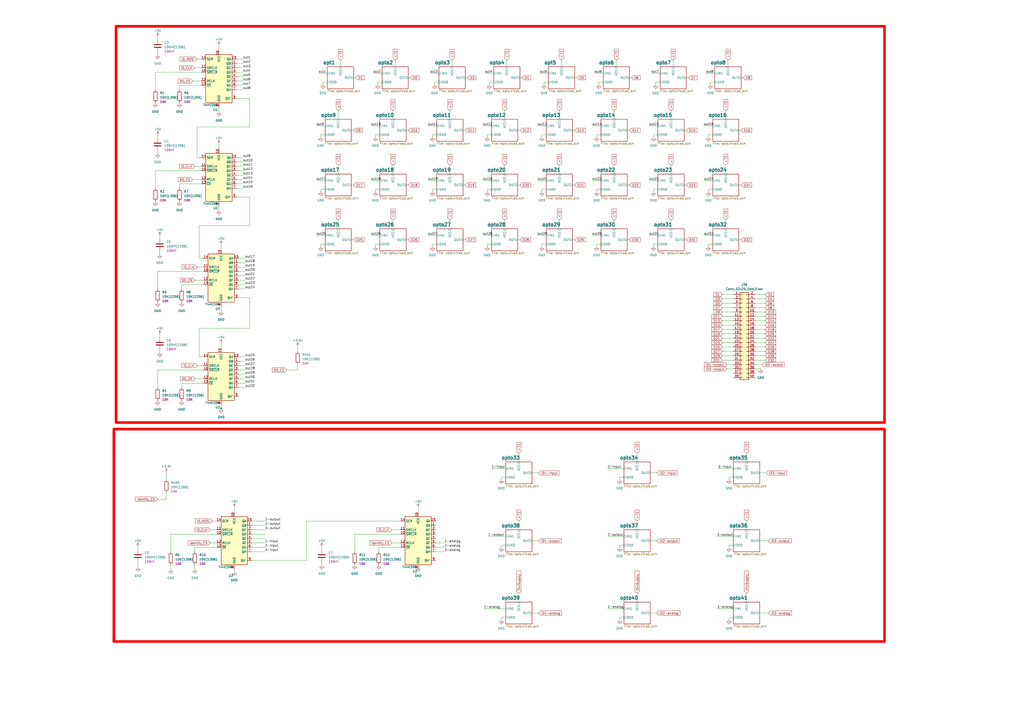
<source format=kicad_sch>
(kicad_sch (version 20230121) (generator eeschema)
  (paper "A2")
  (junction (at 128.27 236.855))
  (wire (pts (xy 144.78 57.15) (xy 144.78 73.66)))
  (wire (pts (xy 242.57 330.2) (xy 242.57 328.93)))
  (wire (pts (xy 422.91 359.41) (xy 422.91 358.14)))
  (wire (pts (xy 419.1 201.295) (xy 425.45 201.295)))
  (wire (pts (xy 311.785 136.525) (xy 316.865 136.525)))
  (wire (pts (xy 96.52 289.56) (xy 91.44 289.56)))
  (wire (pts (xy 438.15 193.675) (xy 443.865 193.675)))
  (wire (pts (xy 343.535 73.025) (xy 348.615 73.025)))
  (wire (pts (xy 137.16 99.06) (xy 140.97 99.06)))
  (wire (pts (xy 123.19 302.26) (xy 125.73 302.26)))
  (wire (pts (xy 252.095 47.625) (xy 254.635 47.625)))
  (wire (pts (xy 227.965 95.885) (xy 227.965 100.965)))
  (wire (pts (xy 248.285 104.775) (xy 253.365 104.775)))
  (wire (pts (xy 186.055 111.125) (xy 186.055 109.855)))
  (wire (pts (xy 410.845 109.855) (xy 413.385 109.855)))
  (wire (pts (xy 410.845 111.125) (xy 410.845 109.855)))
  (wire (pts (xy 347.345 48.895) (xy 347.345 47.625)))
  (wire (pts (xy 379.095 142.875) (xy 379.095 141.605)))
  (wire (pts (xy 146.05 312.42) (xy 153.67 312.42)))
  (wire (pts (xy 410.845 141.605) (xy 413.385 141.605)))
  (wire (pts (xy 332.105 107.315) (xy 333.375 107.315)))
  (wire (pts (xy 138.43 167.64) (xy 142.24 167.64)))
  (wire (pts (xy 380.365 47.625) (xy 382.905 47.625)))
  (wire (pts (xy 440.69 274.32) (xy 444.5 274.32)))
  (wire (pts (xy 215.265 136.525) (xy 220.345 136.525)))
  (wire (pts (xy 166.37 214.63) (xy 172.72 214.63)))
  (wire (pts (xy 186.055 79.375) (xy 186.055 78.105)))
  (wire (pts (xy 419.1 175.895) (xy 425.45 175.895)))
  (wire (pts (xy 379.095 109.855) (xy 381.635 109.855)))
  (wire (pts (xy 290.83 317.5) (xy 290.83 316.23)))
  (wire (pts (xy 359.41 358.14) (xy 361.95 358.14)))
  (wire (pts (xy 121.92 307.34) (xy 125.73 307.34)))
  (wire (pts (xy 359.41 359.41) (xy 359.41 358.14)))
  (wire (pts (xy 324.485 95.885) (xy 324.485 100.965)))
  (wire (pts (xy 138.43 217.17) (xy 142.24 217.17)))
  (wire (pts (xy 138.43 222.25) (xy 142.24 222.25)))
  (wire (pts (xy 438.15 196.215) (xy 443.865 196.215)))
  (wire (pts (xy 389.255 127.635) (xy 389.255 132.715)))
  (wire (pts (xy 128.27 177.8) (xy 128.27 180.34)))
  (wire (pts (xy 227.965 127.635) (xy 227.965 132.715)))
  (wire (pts (xy 113.03 39.37) (xy 116.84 39.37)))
  (wire (pts (xy 419.1 196.215) (xy 425.45 196.215)))
  (wire (pts (xy 96.52 274.32) (xy 96.52 278.13)))
  (wire (pts (xy 91.44 214.63) (xy 91.44 224.79)))
  (wire (pts (xy 92.71 203.2) (xy 92.71 204.47)))
  (wire (pts (xy 248.285 73.025) (xy 253.365 73.025)))
  (wire (pts (xy 438.15 201.295) (xy 443.865 201.295)))
  (wire (pts (xy 250.825 111.125) (xy 250.825 109.855)))
  (wire (pts (xy 419.1 180.975) (xy 425.45 180.975)))
  (wire (pts (xy 116.84 49.53) (xy 104.14 49.53)))
  (wire (pts (xy 438.15 178.435) (xy 443.865 178.435)))
  (wire (pts (xy 376.555 104.775) (xy 381.635 104.775)))
  (wire (pts (xy 146.05 302.26) (xy 153.67 302.26)))
  (wire (pts (xy 377.19 313.69) (xy 381 313.69)))
  (wire (pts (xy 137.16 36.83) (xy 140.97 36.83)))
  (wire (pts (xy 115.57 190.5) (xy 144.78 190.5)))
  (wire (pts (xy 227.965 64.135) (xy 227.965 69.215)))
  (wire (pts (xy 282.575 78.105) (xy 285.115 78.105)))
  (wire (pts (xy 365.125 45.085) (xy 366.395 45.085)))
  (wire (pts (xy 363.855 139.065) (xy 365.125 139.065)))
  (wire (pts (xy 344.805 42.545) (xy 349.885 42.545)))
  (wire (pts (xy 144.78 172.72) (xy 138.43 172.72)))
  (wire (pts (xy 137.16 44.45) (xy 140.97 44.45)))
  (wire (pts (xy 137.16 46.99) (xy 140.97 46.99)))
  (wire (pts (xy 343.535 104.775) (xy 348.615 104.775)))
  (wire (pts (xy 252.73 320.04) (xy 257.81 320.04)))
  (wire (pts (xy 376.555 73.025) (xy 381.635 73.025)))
  (wire (pts (xy 359.41 316.23) (xy 361.95 316.23)))
  (wire (pts (xy 172.72 201.295) (xy 172.72 203.835)))
  (wire (pts (xy 292.735 95.885) (xy 292.735 100.965)))
  (wire (pts (xy 235.585 107.315) (xy 236.855 107.315)))
  (wire (pts (xy 347.345 47.625) (xy 349.885 47.625)))
  (wire (pts (xy 114.3 91.44) (xy 114.3 73.66)))
  (wire (pts (xy 135.89 330.2) (xy 135.89 331.47)))
  (wire (pts (xy 116.84 34.29) (xy 114.3 34.29)))
  (wire (pts (xy 438.15 170.815) (xy 443.865 170.815)))
  (wire (pts (xy 419.1 183.515) (xy 425.45 183.515)))
  (wire (pts (xy 137.16 39.37) (xy 140.97 39.37)))
  (wire (pts (xy 99.06 309.88) (xy 125.73 309.88)))
  (wire (pts (xy 183.515 136.525) (xy 188.595 136.525)))
  (wire (pts (xy 290.83 316.23) (xy 293.37 316.23)))
  (wire (pts (xy 369.57 302.26) (xy 369.57 307.34)))
  (wire (pts (xy 114.3 73.66) (xy 144.78 73.66)))
  (wire (pts (xy 332.105 139.065) (xy 333.375 139.065)))
  (wire (pts (xy 292.735 64.135) (xy 292.735 69.215)))
  (wire (pts (xy 196.215 64.135) (xy 196.215 69.215)))
  (wire (pts (xy 419.1 198.755) (xy 425.45 198.755)))
  (wire (pts (xy 422.91 358.14) (xy 425.45 358.14)))
  (wire (pts (xy 300.99 344.17) (xy 300.99 349.25)))
  (wire (pts (xy 105.41 222.25) (xy 105.41 224.79)))
  (wire (pts (xy 138.43 214.63) (xy 142.24 214.63)))
  (wire (pts (xy 128.27 236.855) (xy 128.27 237.49)))
  (wire (pts (xy 137.16 101.6) (xy 140.97 101.6)))
  (wire (pts (xy 280.035 73.025) (xy 285.115 73.025)))
  (wire (pts (xy 137.16 114.3) (xy 144.78 114.3)))
  (wire (pts (xy 410.845 78.105) (xy 413.385 78.105)))
  (wire (pts (xy 290.83 359.41) (xy 290.83 358.14)))
  (wire (pts (xy 203.835 107.315) (xy 205.105 107.315)))
  (wire (pts (xy 144.78 172.72) (xy 144.78 190.5)))
  (wire (pts (xy 186.055 78.105) (xy 188.595 78.105)))
  (wire (pts (xy 408.305 73.025) (xy 413.385 73.025)))
  (wire (pts (xy 205.74 309.88) (xy 232.41 309.88)))
  (wire (pts (xy 379.095 79.375) (xy 379.095 78.105)))
  (wire (pts (xy 216.535 42.545) (xy 221.615 42.545)))
  (wire (pts (xy 433.07 344.17) (xy 433.07 349.25)))
  (wire (pts (xy 359.41 317.5) (xy 359.41 316.23)))
  (wire (pts (xy 215.265 73.025) (xy 220.345 73.025)))
  (wire (pts (xy 128.27 234.95) (xy 128.27 236.855)))
  (wire (pts (xy 250.825 78.105) (xy 253.365 78.105)))
  (wire (pts (xy 144.78 57.15) (xy 137.16 57.15)))
  (wire (pts (xy 308.61 355.6) (xy 312.42 355.6)))
  (wire (pts (xy 429.895 45.085) (xy 431.165 45.085)))
  (wire (pts (xy 227.33 307.34) (xy 232.41 307.34)))
  (wire (pts (xy 301.625 45.085) (xy 302.895 45.085)))
  (wire (pts (xy 137.16 104.14) (xy 140.97 104.14)))
  (wire (pts (xy 314.325 141.605) (xy 316.865 141.605)))
  (wire (pts (xy 232.41 317.5) (xy 219.71 317.5)))
  (wire (pts (xy 438.15 198.755) (xy 443.865 198.755)))
  (wire (pts (xy 137.16 34.29) (xy 140.97 34.29)))
  (wire (pts (xy 196.215 95.885) (xy 196.215 100.965)))
  (wire (pts (xy 421.64 211.455) (xy 425.45 211.455)))
  (wire (pts (xy 314.325 109.855) (xy 316.865 109.855)))
  (wire (pts (xy 177.8 302.26) (xy 232.41 302.26)))
  (wire (pts (xy 346.075 111.125) (xy 346.075 109.855)))
  (wire (pts (xy 313.055 42.545) (xy 318.135 42.545)))
  (wire (pts (xy 118.11 222.25) (xy 105.41 222.25)))
  (wire (pts (xy 115.57 149.86) (xy 118.11 149.86)))
  (wire (pts (xy 409.575 42.545) (xy 414.655 42.545)))
  (wire (pts (xy 396.875 75.565) (xy 398.145 75.565)))
  (wire (pts (xy 219.075 47.625) (xy 221.615 47.625)))
  (wire (pts (xy 127 26.67) (xy 127 29.21)))
  (wire (pts (xy 138.43 162.56) (xy 142.24 162.56)))
  (wire (pts (xy 217.805 109.855) (xy 220.345 109.855)))
  (wire (pts (xy 91.44 78.74) (xy 91.44 80.01)))
  (wire (pts (xy 415.925 353.06) (xy 425.45 353.06)))
  (wire (pts (xy 422.91 276.86) (xy 425.45 276.86)))
  (wire (pts (xy 99.06 330.2) (xy 99.06 327.66)))
  (wire (pts (xy 290.83 358.14) (xy 293.37 358.14)))
  (wire (pts (xy 285.115 271.78) (xy 293.37 271.78)))
  (wire (pts (xy 363.855 107.315) (xy 365.125 107.315)))
  (wire (pts (xy 419.1 188.595) (xy 425.45 188.595)))
  (wire (pts (xy 250.825 142.875) (xy 250.825 141.605)))
  (wire (pts (xy 419.1 191.135) (xy 425.45 191.135)))
  (wire (pts (xy 314.325 142.875) (xy 314.325 141.605)))
  (wire (pts (xy 324.485 64.135) (xy 324.485 69.215)))
  (wire (pts (xy 196.215 127.635) (xy 196.215 132.715)))
  (wire (pts (xy 311.785 104.775) (xy 316.865 104.775)))
  (wire (pts (xy 138.43 152.4) (xy 142.24 152.4)))
  (wire (pts (xy 282.575 142.875) (xy 282.575 141.605)))
  (wire (pts (xy 138.43 149.86) (xy 142.24 149.86)))
  (wire (pts (xy 428.625 107.315) (xy 429.895 107.315)))
  (wire (pts (xy 217.805 79.375) (xy 217.805 78.105)))
  (wire (pts (xy 217.805 111.125) (xy 217.805 109.855)))
  (wire (pts (xy 138.43 224.79) (xy 142.24 224.79)))
  (wire (pts (xy 422.275 34.925) (xy 422.275 38.735)))
  (wire (pts (xy 379.095 78.105) (xy 381.635 78.105)))
  (wire (pts (xy 421.64 213.995) (xy 425.45 213.995)))
  (wire (pts (xy 128.27 142.24) (xy 128.27 144.78)))
  (wire (pts (xy 346.075 78.105) (xy 348.615 78.105)))
  (wire (pts (xy 91.44 157.48) (xy 118.11 157.48)))
  (wire (pts (xy 138.43 212.09) (xy 142.24 212.09)))
  (wire (pts (xy 115.57 130.81) (xy 115.57 149.86)))
  (wire (pts (xy 260.985 95.885) (xy 260.985 100.965)))
  (wire (pts (xy 138.43 154.94) (xy 142.24 154.94)))
  (wire (pts (xy 300.99 302.26) (xy 300.99 307.34)))
  (wire (pts (xy 197.485 34.925) (xy 197.485 38.735)))
  (wire (pts (xy 268.605 107.315) (xy 269.875 107.315)))
  (wire (pts (xy 408.305 104.775) (xy 413.385 104.775)))
  (wire (pts (xy 114.3 154.94) (xy 118.11 154.94)))
  (wire (pts (xy 346.075 109.855) (xy 348.615 109.855)))
  (wire (pts (xy 138.43 219.71) (xy 142.24 219.71)))
  (wire (pts (xy 91.44 21.59) (xy 91.44 22.86)))
  (wire (pts (xy 300.355 139.065) (xy 301.625 139.065)))
  (wire (pts (xy 138.43 160.02) (xy 142.24 160.02)))
  (wire (pts (xy 419.1 178.435) (xy 425.45 178.435)))
  (wire (pts (xy 283.845 47.625) (xy 286.385 47.625)))
  (wire (pts (xy 428.625 139.065) (xy 429.895 139.065)))
  (wire (pts (xy 205.74 309.88) (xy 205.74 320.04)))
  (wire (pts (xy 282.575 79.375) (xy 282.575 78.105)))
  (wire (pts (xy 282.575 141.605) (xy 285.115 141.605)))
  (wire (pts (xy 433.07 262.89) (xy 433.07 267.97)))
  (wire (pts (xy 283.845 48.895) (xy 283.845 47.625)))
  (wire (pts (xy 408.305 136.525) (xy 413.385 136.525)))
  (wire (pts (xy 137.16 93.98) (xy 140.97 93.98)))
  (wire (pts (xy 438.15 188.595) (xy 443.865 188.595)))
  (wire (pts (xy 186.055 109.855) (xy 188.595 109.855)))
  (wire (pts (xy 268.605 139.065) (xy 269.875 139.065)))
  (wire (pts (xy 215.265 104.775) (xy 220.345 104.775)))
  (wire (pts (xy 219.71 317.5) (xy 219.71 320.04)))
  (wire (pts (xy 260.985 127.635) (xy 260.985 132.715)))
  (wire (pts (xy 113.03 162.56) (xy 118.11 162.56)))
  (wire (pts (xy 416.56 271.78) (xy 425.45 271.78)))
  (wire (pts (xy 137.16 96.52) (xy 140.97 96.52)))
  (wire (pts (xy 186.055 142.875) (xy 186.055 141.605)))
  (wire (pts (xy 282.575 109.855) (xy 285.115 109.855)))
  (wire (pts (xy 315.595 47.625) (xy 318.135 47.625)))
  (wire (pts (xy 440.69 355.6) (xy 445.77 355.6)))
  (wire (pts (xy 314.325 79.375) (xy 314.325 78.105)))
  (wire (pts (xy 146.05 317.5) (xy 153.67 317.5)))
  (wire (pts (xy 138.43 209.55) (xy 142.24 209.55)))
  (wire (pts (xy 292.735 127.635) (xy 292.735 132.715)))
  (wire (pts (xy 290.83 278.13) (xy 290.83 276.86)))
  (wire (pts (xy 127 119.38) (xy 127 121.92)))
  (wire (pts (xy 379.095 141.605) (xy 381.635 141.605)))
  (wire (pts (xy 314.325 111.125) (xy 314.325 109.855)))
  (wire (pts (xy 144.78 114.3) (xy 144.78 130.81)))
  (wire (pts (xy 308.61 274.32) (xy 312.42 274.32)))
  (wire (pts (xy 137.16 41.91) (xy 140.97 41.91)))
  (wire (pts (xy 135.89 294.64) (xy 135.89 297.18)))
  (wire (pts (xy 290.83 276.86) (xy 293.37 276.86)))
  (wire (pts (xy 252.73 314.96) (xy 257.81 314.96)))
  (wire (pts (xy 415.925 311.15) (xy 425.45 311.15)))
  (wire (pts (xy 396.875 139.065) (xy 398.145 139.065)))
  (wire (pts (xy 359.41 278.13) (xy 359.41 276.86)))
  (wire (pts (xy 92.71 146.05) (xy 92.71 147.32)))
  (wire (pts (xy 90.17 41.91) (xy 90.17 52.07)))
  (wire (pts (xy 118.11 165.1) (xy 105.41 165.1)))
  (wire (pts (xy 118.11 207.01) (xy 115.57 207.01)))
  (wire (pts (xy 438.15 206.375) (xy 443.865 206.375)))
  (wire (pts (xy 356.235 64.135) (xy 356.235 69.215)))
  (wire (pts (xy 419.1 170.815) (xy 425.45 170.815)))
  (wire (pts (xy 127 83.82) (xy 127 86.36)))
  (wire (pts (xy 235.585 75.565) (xy 236.855 75.565)))
  (wire (pts (xy 438.15 183.515) (xy 443.865 183.515)))
  (wire (pts (xy 377.19 355.6) (xy 381 355.6)))
  (wire (pts (xy 137.16 91.44) (xy 140.97 91.44)))
  (wire (pts (xy 229.235 34.925) (xy 229.235 38.735)))
  (wire (pts (xy 356.235 95.885) (xy 356.235 100.965)))
  (wire (pts (xy 177.8 302.26) (xy 177.8 325.12)))
  (wire (pts (xy 219.075 48.895) (xy 219.075 47.625)))
  (wire (pts (xy 252.095 48.895) (xy 252.095 47.625)))
  (wire (pts (xy 346.075 79.375) (xy 346.075 78.105)))
  (wire (pts (xy 419.1 186.055) (xy 425.45 186.055)))
  (wire (pts (xy 419.1 203.835) (xy 425.45 203.835)))
  (wire (pts (xy 113.03 96.52) (xy 116.84 96.52)))
  (wire (pts (xy 421.005 64.135) (xy 421.005 69.215)))
  (wire (pts (xy 281.305 42.545) (xy 286.385 42.545)))
  (wire (pts (xy 91.44 214.63) (xy 118.11 214.63)))
  (wire (pts (xy 113.03 317.5) (xy 113.03 320.04)))
  (wire (pts (xy 183.515 104.775) (xy 188.595 104.775)))
  (wire (pts (xy 433.07 302.26) (xy 433.07 307.34)))
  (wire (pts (xy 146.05 307.34) (xy 153.67 307.34)))
  (wire (pts (xy 96.52 285.75) (xy 96.52 289.56)))
  (wire (pts (xy 325.755 34.925) (xy 325.755 38.735)))
  (wire (pts (xy 343.535 136.525) (xy 348.615 136.525)))
  (wire (pts (xy 438.15 186.055) (xy 443.865 186.055)))
  (wire (pts (xy 137.16 109.22) (xy 140.97 109.22)))
  (wire (pts (xy 137.16 49.53) (xy 140.97 49.53)))
  (wire (pts (xy 90.17 99.06) (xy 90.17 109.22)))
  (wire (pts (xy 183.515 73.025) (xy 188.595 73.025)))
  (wire (pts (xy 282.575 111.125) (xy 282.575 109.855)))
  (wire (pts (xy 369.57 262.89) (xy 369.57 267.97)))
  (wire (pts (xy 250.825 109.855) (xy 253.365 109.855)))
  (wire (pts (xy 419.1 208.915) (xy 425.45 208.915)))
  (wire (pts (xy 438.15 175.895) (xy 443.865 175.895)))
  (wire (pts (xy 111.76 104.14) (xy 116.84 104.14)))
  (wire (pts (xy 138.43 165.1) (xy 142.24 165.1)))
  (wire (pts (xy 419.1 193.675) (xy 425.45 193.675)))
  (wire (pts (xy 92.71 194.31) (xy 92.71 195.58)))
  (wire (pts (xy 116.84 91.44) (xy 114.3 91.44)))
  (wire (pts (xy 419.1 206.375) (xy 425.45 206.375)))
  (wire (pts (xy 104.14 106.68) (xy 104.14 109.22)))
  (wire (pts (xy 314.325 78.105) (xy 316.865 78.105)))
  (wire (pts (xy 396.875 107.315) (xy 398.145 107.315)))
  (wire (pts (xy 205.105 45.085) (xy 206.375 45.085)))
  (wire (pts (xy 438.15 173.355) (xy 443.865 173.355)))
  (wire (pts (xy 346.075 141.605) (xy 348.615 141.605)))
  (wire (pts (xy 363.855 75.565) (xy 365.125 75.565)))
  (wire (pts (xy 438.15 203.835) (xy 443.865 203.835)))
  (wire (pts (xy 242.57 294.64) (xy 242.57 297.18)))
  (wire (pts (xy 294.005 34.925) (xy 294.005 38.735)))
  (wire (pts (xy 412.115 47.625) (xy 414.655 47.625)))
  (wire (pts (xy 138.43 207.01) (xy 142.24 207.01)))
  (wire (pts (xy 357.505 34.925) (xy 357.505 38.735)))
  (wire (pts (xy 389.255 64.135) (xy 389.255 69.215)))
  (wire (pts (xy 352.425 311.15) (xy 361.95 311.15)))
  (wire (pts (xy 137.16 52.07) (xy 140.97 52.07)))
  (wire (pts (xy 252.73 317.5) (xy 257.81 317.5)))
  (wire (pts (xy 90.17 41.91) (xy 116.84 41.91)))
  (wire (pts (xy 398.145 45.085) (xy 399.415 45.085)))
  (wire (pts (xy 249.555 42.545) (xy 254.635 42.545)))
  (wire (pts (xy 236.855 45.085) (xy 238.125 45.085)))
  (wire (pts (xy 186.055 141.605) (xy 188.595 141.605)))
  (wire (pts (xy 377.825 42.545) (xy 382.905 42.545)))
  (wire (pts (xy 438.15 180.975) (xy 443.865 180.975)))
  (wire (pts (xy 422.91 278.13) (xy 422.91 276.86)))
  (wire (pts (xy 308.61 313.69) (xy 312.42 313.69)))
  (wire (pts (xy 300.355 107.315) (xy 301.625 107.315)))
  (wire (pts (xy 379.095 111.125) (xy 379.095 109.855)))
  (wire (pts (xy 146.05 309.88) (xy 153.67 309.88)))
  (wire (pts (xy 269.875 45.085) (xy 271.145 45.085)))
  (wire (pts (xy 300.99 262.89) (xy 300.99 267.97)))
  (wire (pts (xy 92.71 137.16) (xy 92.71 138.43)))
  (wire (pts (xy 422.91 317.5) (xy 422.91 316.23)))
  (wire (pts (xy 187.325 48.895) (xy 187.325 47.625)))
  (wire (pts (xy 380.365 48.895) (xy 380.365 47.625)))
  (wire (pts (xy 235.585 139.065) (xy 236.855 139.065)))
  (wire (pts (xy 438.15 208.915) (xy 443.865 208.915)))
  (wire (pts (xy 91.44 87.63) (xy 91.44 88.9)))
  (wire (pts (xy 280.035 104.775) (xy 285.115 104.775)))
  (wire (pts (xy 125.73 317.5) (xy 113.03 317.5)))
  (wire (pts (xy 91.44 30.48) (xy 91.44 31.75)))
  (wire (pts (xy 203.835 139.065) (xy 205.105 139.065)))
  (wire (pts (xy 260.985 64.135) (xy 260.985 69.215)))
  (wire (pts (xy 217.805 78.105) (xy 220.345 78.105)))
  (wire (pts (xy 438.15 213.995) (xy 441.325 213.995)))
  (wire (pts (xy 412.115 48.895) (xy 412.115 47.625)))
  (wire (pts (xy 356.235 127.635) (xy 356.235 132.715)))
  (wire (pts (xy 419.1 173.355) (xy 425.45 173.355)))
  (wire (pts (xy 440.69 313.69) (xy 445.77 313.69)))
  (wire (pts (xy 280.67 353.06) (xy 293.37 353.06)))
  (wire (pts (xy 428.625 75.565) (xy 429.895 75.565)))
  (wire (pts (xy 105.41 165.1) (xy 105.41 167.64)))
  (wire (pts (xy 227.33 314.96) (xy 232.41 314.96)))
  (wire (pts (xy 283.21 311.15) (xy 293.37 311.15)))
  (wire (pts (xy 137.16 106.68) (xy 140.97 106.68)))
  (wire (pts (xy 280.035 136.525) (xy 285.115 136.525)))
  (wire (pts (xy 80.01 317.5) (xy 80.01 318.77)))
  (wire (pts (xy 80.01 326.39) (xy 80.01 328.93)))
  (wire (pts (xy 184.785 42.545) (xy 189.865 42.545)))
  (wire (pts (xy 121.92 314.96) (xy 125.73 314.96)))
  (wire (pts (xy 300.355 75.565) (xy 301.625 75.565)))
  (wire (pts (xy 346.075 142.875) (xy 346.075 141.605)))
  (wire (pts (xy 113.03 330.2) (xy 113.03 327.66)))
  (wire (pts (xy 359.41 276.86) (xy 361.95 276.86)))
  (wire (pts (xy 187.325 47.625) (xy 189.865 47.625)))
  (wire (pts (xy 311.785 73.025) (xy 316.865 73.025)))
  (wire (pts (xy 90.17 99.06) (xy 116.84 99.06)))
  (wire (pts (xy 377.19 274.32) (xy 381 274.32)))
  (wire (pts (xy 203.835 75.565) (xy 205.105 75.565)))
  (wire (pts (xy 111.76 46.99) (xy 116.84 46.99)))
  (wire (pts (xy 146.05 314.96) (xy 153.67 314.96)))
  (wire (pts (xy 250.825 141.605) (xy 253.365 141.605)))
  (wire (pts (xy 146.05 320.04) (xy 153.67 320.04)))
  (wire (pts (xy 91.44 157.48) (xy 91.44 167.64)))
  (wire (pts (xy 250.825 79.375) (xy 250.825 78.105)))
  (wire (pts (xy 315.595 48.895) (xy 315.595 47.625)))
  (wire (pts (xy 186.69 326.39) (xy 186.69 327.66)))
  (wire (pts (xy 390.525 34.925) (xy 390.525 38.735)))
  (wire (pts (xy 262.255 34.925) (xy 262.255 38.735)))
  (wire (pts (xy 146.05 304.8) (xy 153.67 304.8)))
  (wire (pts (xy 217.805 141.605) (xy 220.345 141.605)))
  (wire (pts (xy 389.255 95.885) (xy 389.255 100.965)))
  (wire (pts (xy 333.375 45.085) (xy 334.645 45.085)))
  (wire (pts (xy 410.845 142.875) (xy 410.845 141.605)))
  (wire (pts (xy 99.06 309.88) (xy 99.06 320.04)))
  (wire (pts (xy 422.91 316.23) (xy 425.45 316.23)))
  (wire (pts (xy 104.14 49.53) (xy 104.14 52.07)))
  (wire (pts (xy 116.84 106.68) (xy 104.14 106.68)))
  (wire (pts (xy 172.72 214.63) (xy 172.72 211.455)))
  (wire (pts (xy 138.43 157.48) (xy 142.24 157.48)))
  (wire (pts (xy 410.845 79.375) (xy 410.845 78.105)))
  (wire (pts (xy 421.005 127.635) (xy 421.005 132.715)))
  (wire (pts (xy 248.285 136.525) (xy 253.365 136.525)))
  (wire (pts (xy 369.57 344.17) (xy 369.57 349.25)))
  (wire (pts (xy 128.27 199.39) (xy 128.27 201.93)))
  (wire (pts (xy 217.805 142.875) (xy 217.805 141.605)))
  (wire (pts (xy 146.05 325.12) (xy 177.8 325.12)))
  (wire (pts (xy 376.555 136.525) (xy 381.635 136.525)))
  (wire (pts (xy 144.78 130.81) (xy 115.57 130.81)))
  (wire (pts (xy 127 62.23) (xy 127 64.77)))
  (wire (pts (xy 324.485 127.635) (xy 324.485 132.715)))
  (wire (pts (xy 421.005 95.885) (xy 421.005 100.965)))
  (wire (pts (xy 438.15 211.455) (xy 441.96 211.455)))
  (wire (pts (xy 113.03 219.71) (xy 118.11 219.71)))
  (wire (pts (xy 438.15 191.135) (xy 443.865 191.135)))
  (wire (pts (xy 115.57 207.01) (xy 115.57 190.5)))
  (wire (pts (xy 268.605 75.565) (xy 269.875 75.565)))
  (wire (pts (xy 352.425 353.06) (xy 361.95 353.06)))
  (wire (pts (xy 114.3 212.09) (xy 118.11 212.09)))
  (wire (pts (xy 186.69 317.5) (xy 186.69 318.77)))
  (wire (pts (xy 352.425 271.78) (xy 361.95 271.78)))
  (wire (pts (xy 332.105 75.565) (xy 333.375 75.565)))
  (rectangle (start 67.31 15.24) (end 513.08 245.11) (stroke (width 1.5) (color 255 0 0 1)))
  (rectangle (start 66.04 248.92) (end 513.08 372.11) (stroke (width 1.5) (color 255 0 0 1)))
  (label "out7" (at 140.97 49.53 0))
  (label "out23" (at 376.555 104.775 0))
  (label "out2" (at 216.535 42.545 0))
  (label "out24" (at 142.24 167.64 0))
  (label "out5" (at 313.055 42.545 0))
  (label "out16" (at 140.97 109.22 0))
  (label "3-input" (at 416.56 271.78 0))
  (label "2-output" (at 153.67 304.8 0))
  (label "2-input" (at 153.67 317.5 0))
  (label "out18" (at 142.24 152.4 0))
  (label "out18" (at 215.265 104.775 0))
  (label "out23" (at 142.24 165.1 0))
  (label "out22" (at 343.535 104.775 0))
  (label "out19" (at 248.285 104.775 0))
  (label "out15" (at 376.555 73.025 0))
  (label "2-output" (at 352.425 311.15 0))
  (label "out14" (at 140.97 104.14 0))
  (label "out29" (at 142.24 217.17 0))
  (label "3-input" (at 153.67 320.04 0))
  (label "out21" (at 142.24 160.02 0))
  (label "1-input" (at 285.115 271.78 0))
  (label "out13" (at 140.97 101.6 0))
  (label "out19" (at 142.24 154.94 0))
  (label "1-output" (at 283.21 311.15 0))
  (label "out25" (at 142.24 207.01 0))
  (label "out30" (at 343.535 136.525 0))
  (label "out26" (at 215.265 136.525 0))
  (label "out17" (at 183.515 104.775 0))
  (label "out1" (at 140.97 34.29 0))
  (label "out13" (at 311.785 73.025 0))
  (label "out2" (at 140.97 36.83 0))
  (label "out16" (at 408.305 73.025 0))
  (label "2-analog" (at 352.425 353.06 0))
  (label "out6" (at 140.97 46.99 0))
  (label "out12" (at 280.035 73.025 0))
  (label "3-output" (at 415.925 311.15 0))
  (label "1-input" (at 153.67 314.96 0))
  (label "out15" (at 140.97 106.68 0))
  (label "1-analog" (at 280.67 353.06 0))
  (label "out31" (at 376.555 136.525 0))
  (label "out31" (at 142.24 222.25 0))
  (label "out11" (at 248.285 73.025 0))
  (label "out29" (at 311.785 136.525 0))
  (label "out9" (at 140.97 91.44 0))
  (label "out21" (at 311.785 104.775 0))
  (label "3-analog" (at 415.925 353.06 0))
  (label "out11" (at 140.97 96.52 0))
  (label "out24" (at 408.305 104.775 0))
  (label "out3" (at 249.555 42.545 0))
  (label "out4" (at 281.305 42.545 0))
  (label "out8" (at 140.97 52.07 0))
  (label "out10" (at 140.97 93.98 0))
  (label "out9" (at 183.515 73.025 0))
  (label "1-analog" (at 257.81 314.96 0))
  (label "out5" (at 140.97 44.45 0))
  (label "2-analog" (at 257.81 317.5 0))
  (label "out28" (at 142.24 214.63 0))
  (label "out20" (at 142.24 157.48 0))
  (label "1-output" (at 153.67 302.26 0))
  (label "out8" (at 409.575 42.545 0))
  (label "out22" (at 142.24 162.56 0))
  (label "out1" (at 184.785 42.545 0))
  (label "out6" (at 344.805 42.545 0))
  (label "out14" (at 343.535 73.025 0))
  (label "out27" (at 142.24 212.09 0))
  (label "out3" (at 140.97 39.37 0))
  (label "out25" (at 183.515 136.525 0))
  (label "3-output" (at 153.67 307.34 0))
  (label "out26" (at 142.24 209.55 0))
  (label "out12" (at 140.97 99.06 0))
  (label "out7" (at 377.825 42.545 0))
  (label "out28" (at 280.035 136.525 0))
  (label "out27" (at 248.285 136.525 0))
  (label "out4" (at 140.97 41.91 0))
  (label "out17" (at 142.24 149.86 0))
  (label "out32" (at 408.305 136.525 0))
  (label "out20" (at 280.035 104.775 0))
  (label "3-analog" (at 257.81 320.04 0))
  (label "out10" (at 215.265 73.025 0))
  (label "out30" (at 142.24 219.71 0))
  (label "out32" (at 142.24 224.79 0))
  (label "2-input" (at 352.425 271.78 0))
  (global_label "IO_CLK" (shape input) (at 113.03 39.37 180) (property "Intersheetrefs" "${INTERSHEET_REFS}" (effects hide)))
  (global_label "O16" (shape input) (at 443.865 188.595 0) (property "Intersheetrefs" "${INTERSHEET_REFS}" (effects hide)))
  (global_label "ID3-analog" (shape input) (at 445.77 355.6 0) (property "Intersheetrefs" "${INTERSHEET_REFS}" (effects hide)))
  (global_label "+72" (shape input) (at 421.005 127.635 90) (property "Intersheetrefs" "${INTERSHEET_REFS}" (effects hide)))
  (global_label "+72" (shape input) (at 197.485 34.925 90) (property "Intersheetrefs" "${INTERSHEET_REFS}" (effects hide)))
  (global_label "O4" (shape input) (at 302.895 45.085 0) (property "Intersheetrefs" "${INTERSHEET_REFS}" (effects hide)))
  (global_label "+72" (shape input) (at 262.255 34.925 90) (property "Intersheetrefs" "${INTERSHEET_REFS}" (effects hide)))
  (global_label "O3" (shape input) (at 271.145 45.085 0) (property "Intersheetrefs" "${INTERSHEET_REFS}" (effects hide)))
  (global_label "O18" (shape input) (at 443.865 191.135 0) (property "Intersheetrefs" "${INTERSHEET_REFS}" (effects hide)))
  (global_label "O30" (shape input) (at 443.865 206.375 0) (property "Intersheetrefs" "${INTERSHEET_REFS}" (effects hide)))
  (global_label "O6" (shape input) (at 443.865 175.895 0) (property "Intersheetrefs" "${INTERSHEET_REFS}" (effects hide)))
  (global_label "O12" (shape input) (at 301.625 75.565 0) (property "Intersheetrefs" "${INTERSHEET_REFS}" (effects hide)))
  (global_label "O9" (shape input) (at 205.105 75.565 0) (property "Intersheetrefs" "${INTERSHEET_REFS}" (effects hide)))
  (global_label "O7" (shape input) (at 399.415 45.085 0) (property "Intersheetrefs" "${INTERSHEET_REFS}" (effects hide)))
  (global_label "DO_CS" (shape input) (at 113.03 162.56 180) (property "Intersheetrefs" "${INTERSHEET_REFS}" (effects hide)))
  (global_label "O24" (shape input) (at 443.865 198.755 0) (property "Intersheetrefs" "${INTERSHEET_REFS}" (effects hide)))
  (global_label "O29" (shape input) (at 419.1 206.375 180) (property "Intersheetrefs" "${INTERSHEET_REFS}" (effects hide)))
  (global_label "O8" (shape input) (at 431.165 45.085 0) (property "Intersheetrefs" "${INTERSHEET_REFS}" (effects hide)))
  (global_label "O7" (shape input) (at 419.1 178.435 180) (property "Intersheetrefs" "${INTERSHEET_REFS}" (effects hide)))
  (global_label "O12" (shape input) (at 443.865 183.515 0) (property "Intersheetrefs" "${INTERSHEET_REFS}" (effects hide)))
  (global_label "DO_CS" (shape input) (at 166.37 214.63 180) (property "Intersheetrefs" "${INTERSHEET_REFS}" (effects hide)))
  (global_label "O23" (shape input) (at 419.1 198.755 180) (property "Intersheetrefs" "${INTERSHEET_REFS}" (effects hide)))
  (global_label "+72" (shape input) (at 421.005 95.885 90) (property "Intersheetrefs" "${INTERSHEET_REFS}" (effects hide)))
  (global_label "+72" (shape input) (at 421.005 64.135 90) (property "Intersheetrefs" "${INTERSHEET_REFS}" (effects hide)))
  (global_label "O28" (shape input) (at 301.625 139.065 0) (property "Intersheetrefs" "${INTERSHEET_REFS}" (effects hide)))
  (global_label "O5" (shape input) (at 334.645 45.085 0) (property "Intersheetrefs" "${INTERSHEET_REFS}" (effects hide)))
  (global_label "IO_CLK" (shape input) (at 114.3 154.94 180) (property "Intersheetrefs" "${INTERSHEET_REFS}" (effects hide)))
  (global_label "O29" (shape input) (at 333.375 139.065 0) (property "Intersheetrefs" "${INTERSHEET_REFS}" (effects hide)))
  (global_label "+72" (shape input) (at 433.07 302.26 90) (property "Intersheetrefs" "${INTERSHEET_REFS}" (effects hide)))
  (global_label "ID2-output" (shape input) (at 441.96 211.455 0) (property "Intersheetrefs" "${INTERSHEET_REFS}" (effects hide)))
  (global_label "+72" (shape input) (at 369.57 302.26 90) (property "Intersheetrefs" "${INTERSHEET_REFS}" (effects hide)))
  (global_label "DO_CS" (shape input) (at 113.03 219.71 180) (property "Intersheetrefs" "${INTERSHEET_REFS}" (effects hide)))
  (global_label "O31" (shape input) (at 398.145 139.065 0) (property "Intersheetrefs" "${INTERSHEET_REFS}" (effects hide)))
  (global_label "O16" (shape input) (at 429.895 75.565 0) (property "Intersheetrefs" "${INTERSHEET_REFS}" (effects hide)))
  (global_label "O25" (shape input) (at 419.1 201.295 180) (property "Intersheetrefs" "${INTERSHEET_REFS}" (effects hide)))
  (global_label "O21" (shape input) (at 333.375 107.315 0) (property "Intersheetrefs" "${INTERSHEET_REFS}" (effects hide)))
  (global_label "ID3-input" (shape input) (at 444.5 274.32 0) (property "Intersheetrefs" "${INTERSHEET_REFS}" (effects hide)))
  (global_label "+72" (shape input) (at 325.755 34.925 90) (property "Intersheetrefs" "${INTERSHEET_REFS}" (effects hide)))
  (global_label "ID3-output" (shape input) (at 445.77 313.69 0) (property "Intersheetrefs" "${INTERSHEET_REFS}" (effects hide)))
  (global_label "ID1-output" (shape input) (at 312.42 313.69 0) (property "Intersheetrefs" "${INTERSHEET_REFS}" (effects hide)))
  (global_label "O17" (shape input) (at 205.105 107.315 0) (property "Intersheetrefs" "${INTERSHEET_REFS}" (effects hide)))
  (global_label "+72" (shape input) (at 196.215 95.885 90) (property "Intersheetrefs" "${INTERSHEET_REFS}" (effects hide)))
  (global_label "O14" (shape input) (at 365.125 75.565 0) (property "Intersheetrefs" "${INTERSHEET_REFS}" (effects hide)))
  (global_label "O1" (shape input) (at 419.1 170.815 180) (property "Intersheetrefs" "${INTERSHEET_REFS}" (effects hide)))
  (global_label "Identity_CS" (shape input) (at 121.92 314.96 180) (property "Intersheetrefs" "${INTERSHEET_REFS}" (effects hide)))
  (global_label "O30" (shape input) (at 365.125 139.065 0) (property "Intersheetrefs" "${INTERSHEET_REFS}" (effects hide)))
  (global_label "+72" (shape input) (at 227.965 64.135 90) (property "Intersheetrefs" "${INTERSHEET_REFS}" (effects hide)))
  (global_label "O27" (shape input) (at 419.1 203.835 180) (property "Intersheetrefs" "${INTERSHEET_REFS}" (effects hide)))
  (global_label "+72" (shape input) (at 292.735 64.135 90) (property "Intersheetrefs" "${INTERSHEET_REFS}" (effects hide)))
  (global_label "+72" (shape input) (at 324.485 64.135 90) (property "Intersheetrefs" "${INTERSHEET_REFS}" (effects hide)))
  (global_label "O26" (shape input) (at 236.855 139.065 0) (property "Intersheetrefs" "${INTERSHEET_REFS}" (effects hide)))
  (global_label "O2" (shape input) (at 238.125 45.085 0) (property "Intersheetrefs" "${INTERSHEET_REFS}" (effects hide)))
  (global_label "O13" (shape input) (at 419.1 186.055 180) (property "Intersheetrefs" "${INTERSHEET_REFS}" (effects hide)))
  (global_label "O32" (shape input) (at 443.865 208.915 0) (property "Intersheetrefs" "${INTERSHEET_REFS}" (effects hide)))
  (global_label "O31" (shape input) (at 419.1 208.915 180) (property "Intersheetrefs" "${INTERSHEET_REFS}" (effects hide)))
  (global_label "O15" (shape input) (at 419.1 188.595 180) (property "Intersheetrefs" "${INTERSHEET_REFS}" (effects hide)))
  (global_label "+72" (shape input) (at 389.255 95.885 90) (property "Intersheetrefs" "${INTERSHEET_REFS}" (effects hide)))
  (global_label "O15" (shape input) (at 398.145 75.565 0) (property "Intersheetrefs" "${INTERSHEET_REFS}" (effects hide)))
  (global_label "O9" (shape input) (at 419.1 180.975 180) (property "Intersheetrefs" "${INTERSHEET_REFS}" (effects hide)))
  (global_label "+72" (shape input) (at 229.235 34.925 90) (property "Intersheetrefs" "${INTERSHEET_REFS}" (effects hide)))
  (global_label "O11" (shape input) (at 419.1 183.515 180) (property "Intersheetrefs" "${INTERSHEET_REFS}" (effects hide)))
  (global_label "+72" (shape input) (at 300.99 262.89 90) (property "Intersheetrefs" "${INTERSHEET_REFS}" (effects hide)))
  (global_label "+72" (shape input) (at 227.965 127.635 90) (property "Intersheetrefs" "${INTERSHEET_REFS}" (effects hide)))
  (global_label "O1" (shape input) (at 206.375 45.085 0) (property "Intersheetrefs" "${INTERSHEET_REFS}" (effects hide)))
  (global_label "+72" (shape input) (at 300.99 302.26 90) (property "Intersheetrefs" "${INTERSHEET_REFS}" (effects hide)))
  (global_label "O14" (shape input) (at 443.865 186.055 0) (property "Intersheetrefs" "${INTERSHEET_REFS}" (effects hide)))
  (global_label "ID1-analog" (shape input) (at 312.42 355.6 0) (property "Intersheetrefs" "${INTERSHEET_REFS}" (effects hide)))
  (global_label "O11" (shape input) (at 269.875 75.565 0) (property "Intersheetrefs" "${INTERSHEET_REFS}" (effects hide)))
  (global_label "ID1-output" (shape input) (at 421.64 211.455 180) (property "Intersheetrefs" "${INTERSHEET_REFS}" (effects hide)))
  (global_label "O26" (shape input) (at 443.865 201.295 0) (property "Intersheetrefs" "${INTERSHEET_REFS}" (effects hide)))
  (global_label "+72" (shape input) (at 324.485 127.635 90) (property "Intersheetrefs" "${INTERSHEET_REFS}" (effects hide)))
  (global_label "O20" (shape input) (at 301.625 107.315 0) (property "Intersheetrefs" "${INTERSHEET_REFS}" (effects hide)))
  (global_label "24vSupply " (shape input) (at 300.99 344.17 90) (property "Intersheetrefs" "${INTERSHEET_REFS}" (effects hide)))
  (global_label "IO_CLK" (shape input) (at 113.03 96.52 180) (property "Intersheetrefs" "${INTERSHEET_REFS}" (effects hide)))
  (global_label "O18" (shape input) (at 236.855 107.315 0) (property "Intersheetrefs" "${INTERSHEET_REFS}" (effects hide)))
  (global_label "DO_CS" (shape input) (at 111.76 104.14 180) (property "Intersheetrefs" "${INTERSHEET_REFS}" (effects hide)))
  (global_label "O10" (shape input) (at 443.865 180.975 0) (property "Intersheetrefs" "${INTERSHEET_REFS}" (effects hide)))
  (global_label "+72" (shape input) (at 196.215 127.635 90) (property "Intersheetrefs" "${INTERSHEET_REFS}" (effects hide)))
  (global_label "Identity_CS" (shape input) (at 227.33 314.96 180) (property "Intersheetrefs" "${INTERSHEET_REFS}" (effects hide)))
  (global_label "O13" (shape input) (at 333.375 75.565 0) (property "Intersheetrefs" "${INTERSHEET_REFS}" (effects hide)))
  (global_label "O5" (shape input) (at 419.1 175.895 180) (property "Intersheetrefs" "${INTERSHEET_REFS}" (effects hide)))
  (global_label "ID3-output" (shape input) (at 421.64 213.995 180) (property "Intersheetrefs" "${INTERSHEET_REFS}" (effects hide)))
  (global_label "O8" (shape input) (at 443.865 178.435 0) (property "Intersheetrefs" "${INTERSHEET_REFS}" (effects hide)))
  (global_label "O28" (shape input) (at 443.865 203.835 0) (property "Intersheetrefs" "${INTERSHEET_REFS}" (effects hide)))
  (global_label "O10" (shape input) (at 236.855 75.565 0) (property "Intersheetrefs" "${INTERSHEET_REFS}" (effects hide)))
  (global_label "+72" (shape input) (at 422.275 34.925 90) (property "Intersheetrefs" "${INTERSHEET_REFS}" (effects hide)))
  (global_label "+72" (shape input) (at 260.985 95.885 90) (property "Intersheetrefs" "${INTERSHEET_REFS}" (effects hide)))
  (global_label "+72" (shape input) (at 227.965 95.885 90) (property "Intersheetrefs" "${INTERSHEET_REFS}" (effects hide)))
  (global_label "+72" (shape input) (at 369.57 262.89 90) (property "Intersheetrefs" "${INTERSHEET_REFS}" (effects hide)))
  (global_label "O3" (shape input) (at 419.1 173.355 180) (property "Intersheetrefs" "${INTERSHEET_REFS}" (effects hide)))
  (global_label "O20" (shape input) (at 443.865 193.675 0) (property "Intersheetrefs" "${INTERSHEET_REFS}" (effects hide)))
  (global_label "24vSupply " (shape input) (at 369.57 344.17 90) (property "Intersheetrefs" "${INTERSHEET_REFS}" (effects hide)))
  (global_label "+72" (shape input) (at 389.255 127.635 90) (property "Intersheetrefs" "${INTERSHEET_REFS}" (effects hide)))
  (global_label "O24" (shape input) (at 429.895 107.315 0) (property "Intersheetrefs" "${INTERSHEET_REFS}" (effects hide)))
  (global_label "O19" (shape input) (at 419.1 193.675 180) (property "Intersheetrefs" "${INTERSHEET_REFS}" (effects hide)))
  (global_label "ID2-output" (shape input) (at 381 313.69 0) (property "Intersheetrefs" "${INTERSHEET_REFS}" (effects hide)))
  (global_label "+72" (shape input) (at 292.735 95.885 90) (property "Intersheetrefs" "${INTERSHEET_REFS}" (effects hide)))
  (global_label "+72" (shape input) (at 356.235 95.885 90) (property "Intersheetrefs" "${INTERSHEET_REFS}" (effects hide)))
  (global_label "O19" (shape input) (at 269.875 107.315 0) (property "Intersheetrefs" "${INTERSHEET_REFS}" (effects hide)))
  (global_label "IO_MOSI" (shape input) (at 114.3 34.29 180) (property "Intersheetrefs" "${INTERSHEET_REFS}" (effects hide)))
  (global_label "+72" (shape input) (at 196.215 64.135 90) (property "Intersheetrefs" "${INTERSHEET_REFS}" (effects hide)))
  (global_label "IO_CLK" (shape input) (at 227.33 307.34 180) (property "Intersheetrefs" "${INTERSHEET_REFS}" (effects hide)))
  (global_label "O32" (shape input) (at 429.895 139.065 0) (property "Intersheetrefs" "${INTERSHEET_REFS}" (effects hide)))
  (global_label "IO_CLK" (shape input) (at 121.92 307.34 180) (property "Intersheetrefs" "${INTERSHEET_REFS}" (effects hide)))
  (global_label "IO_MOSI" (shape input) (at 123.19 302.26 180) (property "Intersheetrefs" "${INTERSHEET_REFS}" (effects hide)))
  (global_label "+72" (shape input) (at 260.985 127.635 90) (property "Intersheetrefs" "${INTERSHEET_REFS}" (effects hide)))
  (global_label "O25" (shape input) (at 205.105 139.065 0) (property "Intersheetrefs" "${INTERSHEET_REFS}" (effects hide)))
  (global_label "ID2-input" (shape input) (at 381 274.32 0) (property "Intersheetrefs" "${INTERSHEET_REFS}" (effects hide)))
  (global_label "+72" (shape input) (at 260.985 64.135 90) (property "Intersheetrefs" "${INTERSHEET_REFS}" (effects hide)))
  (global_label "O22" (shape input) (at 365.125 107.315 0) (property "Intersheetrefs" "${INTERSHEET_REFS}" (effects hide)))
  (global_label "+72" (shape input) (at 356.235 127.635 90) (property "Intersheetrefs" "${INTERSHEET_REFS}" (effects hide)))
  (global_label "O6" (shape input) (at 366.395 45.085 0) (property "Intersheetrefs" "${INTERSHEET_REFS}" (effects hide)))
  (global_label "+72" (shape input) (at 389.255 64.135 90) (property "Intersheetrefs" "${INTERSHEET_REFS}" (effects hide)))
  (global_label "O2" (shape input) (at 443.865 170.815 0) (property "Intersheetrefs" "${INTERSHEET_REFS}" (effects hide)))
  (global_label "O21" (shape input) (at 419.1 196.215 180) (property "Intersheetrefs" "${INTERSHEET_REFS}" (effects hide)))
  (global_label "O4" (shape input) (at 443.865 173.355 0) (property "Intersheetrefs" "${INTERSHEET_REFS}" (effects hide)))
  (global_label "Identity_CS" (shape input) (at 91.44 289.56 180) (property "Intersheetrefs" "${INTERSHEET_REFS}" (effects hide)))
  (global_label "+72" (shape input) (at 390.525 34.925 90) (property "Intersheetrefs" "${INTERSHEET_REFS}" (effects hide)))
  (global_label "+72" (shape input) (at 292.735 127.635 90) (property "Intersheetrefs" "${INTERSHEET_REFS}" (effects hide)))
  (global_label "ID1-input" (shape input) (at 312.42 274.32 0) (property "Intersheetrefs" "${INTERSHEET_REFS}" (effects hide)))
  (global_label "O23" (shape input) (at 398.145 107.315 0) (property "Intersheetrefs" "${INTERSHEET_REFS}" (effects hide)))
  (global_label "O17" (shape input) (at 419.1 191.135 180) (property "Intersheetrefs" "${INTERSHEET_REFS}" (effects hide)))
  (global_label "ID2-analog" (shape input) (at 381 355.6 0) (property "Intersheetrefs" "${INTERSHEET_REFS}" (effects hide)))
  (global_label "+72" (shape input) (at 356.235 64.135 90) (property "Intersheetrefs" "${INTERSHEET_REFS}" (effects hide)))
  (global_label "IO_CLK" (shape input) (at 114.3 212.09 180) (property "Intersheetrefs" "${INTERSHEET_REFS}" (effects hide)))
  (global_label "+72" (shape input) (at 357.505 34.925 90) (property "Intersheetrefs" "${INTERSHEET_REFS}" (effects hide)))
  (global_label "+72" (shape input) (at 324.485 95.885 90) (property "Intersheetrefs" "${INTERSHEET_REFS}" (effects hide)))
  (global_label "24vSupply " (shape input) (at 433.07 344.17 90) (property "Intersheetrefs" "${INTERSHEET_REFS}" (effects hide)))
  (global_label "DO_CS" (shape input) (at 111.76 46.99 180) (property "Intersheetrefs" "${INTERSHEET_REFS}" (effects hide)))
  (global_label "+72" (shape input) (at 433.07 262.89 90) (property "Intersheetrefs" "${INTERSHEET_REFS}" (effects hide)))
  (global_label "O22" (shape input) (at 443.865 196.215 0) (property "Intersheetrefs" "${INTERSHEET_REFS}" (effects hide)))
  (global_label "+72" (shape input) (at 294.005 34.925 90) (property "Intersheetrefs" "${INTERSHEET_REFS}" (effects hide)))
  (global_label "O27" (shape input) (at 269.875 139.065 0) (property "Intersheetrefs" "${INTERSHEET_REFS}" (effects hide)))
  (symbol (lib_id "power:GND") (at 290.83 278.13 0) (unit 1)
    (property "Reference" "#PWR067" (effects hide))
    (property "Value" "GND" (at 290.83 283.21 0))
  )
  (symbol (lib_id "MLC_K7:10K(1206)") (at 104.14 55.88 0) (unit 1)
    (property "Reference" "R6" (at 106.68 53.975 0) (effects (justify left)))
    (property "Value" "10K(1206)" (at 106.68 56.515 0) (effects (justify left)))
    (property "Footprint" "Resistor_SMD:R_1206_3216Metric_Pad1.30x1.75mm_HandSolder" (effects hide))
    (property "Datasheet" "${KIGIT}/Datasheets/RN73R-1840156.pdf" (effects hide))
    (property "MLC Code" "MLCEL12237631" (effects hide))
    (property "Manufacturer" "KOA Speer Electronics, Inc." (effects hide))
    (property "MPN" "RN73R2BTTD1002F25" (effects hide))
    (property "Main Value" "10K" (at 106.68 59.055 0) (effects (justify left)))
  )
  (symbol (lib_id "power:GND") (at 441.325 213.995 0) (unit 1)
    (property "Reference" "#PWR092" (effects hide))
    (property "Value" "GND" (at 441.325 219.075 0))
  )
  (symbol (lib_id "power:GND") (at 186.055 79.375 0) (unit 1)
    (property "Reference" "#PWR045" (effects hide))
    (property "Value" "GND" (at 186.055 84.455 0))
  )
  (symbol (lib_id "MLC_K7:100nf(1206)") (at 91.44 26.67 0) (unit 1)
    (property "Reference" "C3" (at 95.25 24.765 0) (effects (justify left)))
    (property "Value" "100nf(1206)" (at 95.25 27.305 0) (effects (justify left)))
    (property "Footprint" "Capacitor_SMD:C_1206_3216Metric_Pad1.33x1.80mm_HandSolder" (effects hide))
    (property "Datasheet" "${KIGIT}/Datasheets/mlcc_automotive_soft_en.pdf" (effects hide))
    (property "MLC Code" "MLCEL12237392" (effects hide))
    (property "Manufacturer" "TDK" (effects hide))
    (property "MPN" "CGA5L2X7R2A104K160AE" (effects hide))
    (property "Main Value" "100nF" (at 95.25 29.845 0) (effects (justify left)))
  )
  (symbol (lib_id "MLC_K7:10K(1206)") (at 91.44 171.45 0) (unit 1)
    (property "Reference" "R3" (at 93.98 169.545 0) (effects (justify left)))
    (property "Value" "10K(1206)" (at 93.98 172.085 0) (effects (justify left)))
    (property "Footprint" "Resistor_SMD:R_1206_3216Metric_Pad1.30x1.75mm_HandSolder" (effects hide))
    (property "Datasheet" "${KIGIT}/Datasheets/RN73R-1840156.pdf" (effects hide))
    (property "MLC Code" "MLCEL12237631" (effects hide))
    (property "Manufacturer" "KOA Speer Electronics, Inc." (effects hide))
    (property "MPN" "RN73R2BTTD1002F25" (effects hide))
    (property "Main Value" "10K" (at 93.98 174.625 0) (effects (justify left)))
  )
  (symbol (lib_id "MLC_K7:74HC595") (at 135.89 312.42 0) (unit 1)
    (property "Reference" "U2" (at 135.3059 334.01 0) (effects (justify right)))
    (property "Value" "74HC595" (at 135.3059 328.93 0) (effects (justify right)))
    (property "Footprint" "MLC_K7:SO-16_5.3x10.2mm_P1.27mm" (effects hide))
    (property "Datasheet" "${KIGIT}/Datasheets/74HC595D,118-Nexperia.pdf" (effects hide))
    (property "MLC Code" "MLCEL12239869" (effects hide))
    (property "Manufacturer" "Nexperia" (effects hide))
    (property "MPN" "74HC595D" (effects hide))
    (property "Main Value" "74HC595D" (effects hide))
    (instances (project "tester" (path "" (reference "U2") (unit 1)) (path "" (reference "U6") (unit 1))))
  )
  (symbol (lib_id "power:GND") (at 410.845 79.375 0) (unit 1)
    (property "Reference" "#PWR085" (effects hide))
    (property "Value" "GND" (at 410.845 84.455 0))
  )
  (symbol (lib_id "power:GND") (at 105.41 232.41 0) (unit 1)
    (property "Reference" "#PWR033" (effects hide))
    (property "Value" "GND" (at 105.41 237.49 0))
  )
  (symbol (lib_id "power:GND") (at 92.71 204.47 0) (unit 1)
    (property "Reference" "#PWR028" (effects hide))
    (property "Value" "GND" (at 92.71 209.55 0))
  )
  (symbol (lib_id "power:GND") (at 314.325 79.375 0) (unit 1)
    (property "Reference" "#PWR070" (effects hide))
    (property "Value" "GND" (at 314.325 84.455 0))
  )
  (symbol (lib_id "MLC_K7:100nf(1206)") (at 186.69 322.58 0) (unit 1)
    (property "Reference" "C7" (at 190.5 320.675 0) (effects (justify left)))
    (property "Value" "100nf(1206)" (at 190.5 323.215 0) (effects (justify left)))
    (property "Footprint" "Capacitor_SMD:C_1206_3216Metric_Pad1.33x1.80mm_HandSolder" (effects hide))
    (property "Datasheet" "${KIGIT}/Datasheets/mlcc_automotive_soft_en.pdf" (effects hide))
    (property "MLC Code" "MLCEL12237392" (effects hide))
    (property "Manufacturer" "TDK" (effects hide))
    (property "MPN" "CGA5L2X7R2A104K160AE" (effects hide))
    (property "Main Value" "100nF" (at 190.5 325.755 0) (effects (justify left)))
  )
  (symbol (lib_id "power:GND") (at 410.845 142.875 0) (unit 1)
    (property "Reference" "#PWR087" (effects hide))
    (property "Value" "GND" (at 410.845 147.955 0))
  )
  (symbol (lib_id "power:GND") (at 282.575 79.375 0) (unit 1)
    (property "Reference" "#PWR063" (effects hide))
    (property "Value" "GND" (at 282.575 84.455 0))
  )
  (symbol (lib_id "power:GND") (at 113.03 330.2 0) (unit 1)
    (property "Reference" "#PWR034" (effects hide))
    (property "Value" "GND" (at 113.03 335.28 0))
  )
  (symbol (lib_id "MLC_K7:100nf(1206)") (at 91.44 83.82 0) (unit 1)
    (property "Reference" "C4" (at 95.25 81.915 0) (effects (justify left)))
    (property "Value" "100nf(1206)" (at 95.25 84.455 0) (effects (justify left)))
    (property "Footprint" "Capacitor_SMD:C_1206_3216Metric_Pad1.33x1.80mm_HandSolder" (effects hide))
    (property "Datasheet" "${KIGIT}/Datasheets/mlcc_automotive_soft_en.pdf" (effects hide))
    (property "MLC Code" "MLCEL12237392" (effects hide))
    (property "Manufacturer" "TDK" (effects hide))
    (property "MPN" "CGA5L2X7R2A104K160AE" (effects hide))
    (property "Main Value" "100nF" (at 95.25 86.995 0) (effects (justify left)))
  )
  (symbol (lib_id "power:+3.3V") (at 96.52 274.32 0) (unit 1)
    (property "Reference" "#PWR020" (effects hide))
    (property "Value" "+3.3V" (at 96.52 270.51 0))
    (instances (project "tester" (path "" (reference "#PWR020") (unit 1)) (path "" (reference "#PWR0113") (unit 1)) (path "" (reference "#PWR0387") (unit 1))))
  )
  (symbol (lib_id "power:GND") (at 128.27 236.855 0) (unit 1)
    (property "Reference" "#PWR042" (effects hide))
    (property "Value" "GND" (at 128.27 241.935 0))
  )
  (symbol (lib_id "power:+5V") (at 127 83.82 0) (unit 1)
    (property "Reference" "#PWR037" (effects hide))
    (property "Value" "+5V" (at 127 80.01 0))
  )
  (symbol (lib_id "MLC_K7:10K(1206)") (at 105.41 228.6 0) (unit 1)
    (property "Reference" "R9" (at 107.95 226.695 0) (effects (justify left)))
    (property "Value" "10K(1206)" (at 107.95 229.235 0) (effects (justify left)))
    (property "Footprint" "Resistor_SMD:R_1206_3216Metric_Pad1.30x1.75mm_HandSolder" (effects hide))
    (property "Datasheet" "${KIGIT}/Datasheets/RN73R-1840156.pdf" (effects hide))
    (property "MLC Code" "MLCEL12237631" (effects hide))
    (property "Manufacturer" "KOA Speer Electronics, Inc." (effects hide))
    (property "MPN" "RN73R2BTTD1002F25" (effects hide))
    (property "Main Value" "10K" (at 107.95 231.775 0) (effects (justify left)))
  )
  (symbol (lib_id "MLC_K7:100nf(1206)") (at 92.71 142.24 0) (unit 1)
    (property "Reference" "C5" (at 96.52 140.335 0) (effects (justify left)))
    (property "Value" "100nf(1206)" (at 96.52 142.875 0) (effects (justify left)))
    (property "Footprint" "Capacitor_SMD:C_1206_3216Metric_Pad1.33x1.80mm_HandSolder" (effects hide))
    (property "Datasheet" "${KIGIT}/Datasheets/mlcc_automotive_soft_en.pdf" (effects hide))
    (property "MLC Code" "MLCEL12237392" (effects hide))
    (property "Manufacturer" "TDK" (effects hide))
    (property "MPN" "CGA5L2X7R2A104K160AE" (effects hide))
    (property "Main Value" "100nF" (at 96.52 145.415 0) (effects (justify left)))
  )
  (symbol (lib_id "MLC_K7:100nf(1206)") (at 80.01 322.58 0) (unit 1)
    (property "Reference" "C2" (at 83.82 320.675 0) (effects (justify left)))
    (property "Value" "100nf(1206)" (at 83.82 323.215 0) (effects (justify left)))
    (property "Footprint" "Capacitor_SMD:C_1206_3216Metric_Pad1.33x1.80mm_HandSolder" (effects hide))
    (property "Datasheet" "${KIGIT}/Datasheets/mlcc_automotive_soft_en.pdf" (effects hide))
    (property "MLC Code" "MLCEL12237392" (effects hide))
    (property "Manufacturer" "TDK" (effects hide))
    (property "MPN" "CGA5L2X7R2A104K160AE" (effects hide))
    (property "Main Value" "100nF" (at 83.82 325.755 0) (effects (justify left)))
  )
  (symbol (lib_id "MLC_K7:74HC595") (at 128.27 160.02 0) (unit 1)
    (property "Reference" "U2" (at 127.6859 179.07 0) (effects (justify right)))
    (property "Value" "74HC595" (at 127.6859 176.53 0) (effects (justify right)))
    (property "Footprint" "MLC_K7:SO-16_5.3x10.2mm_P1.27mm" (effects hide))
    (property "Datasheet" "${KIGIT}/Datasheets/74HC595D,118-Nexperia.pdf" (effects hide))
    (property "MLC Code" "MLCEL12239869" (effects hide))
    (property "Manufacturer" "Nexperia" (effects hide))
    (property "MPN" "74HC595D" (effects hide))
    (property "Main Value" "74HC595D" (effects hide))
    (instances (project "tester" (path "" (reference "U2") (unit 1)) (path "" (reference "U4") (unit 1))))
  )
  (symbol (lib_id "MLC_K7:74HC595") (at 127 44.45 0) (unit 1)
    (property "Reference" "U2" (at 126.4159 63.5 0) (effects (justify right)))
    (property "Value" "74HC595" (at 126.4159 60.96 0) (effects (justify right)))
    (property "Footprint" "MLC_K7:SO-16_5.3x10.2mm_P1.27mm" (effects hide))
    (property "Datasheet" "${KIGIT}/Datasheets/74HC595D,118-Nexperia.pdf" (effects hide))
    (property "MLC Code" "MLCEL12239869" (effects hide))
    (property "Manufacturer" "Nexperia" (effects hide))
    (property "MPN" "74HC595D" (effects hide))
    (property "Main Value" "74HC595D" (effects hide))
  )
  (symbol (lib_id "power:GND") (at 217.805 79.375 0) (unit 1)
    (property "Reference" "#PWR052" (effects hide))
    (property "Value" "GND" (at 217.805 84.455 0))
  )
  (symbol (lib_id "power:GND") (at 217.805 142.875 0) (unit 1)
    (property "Reference" "#PWR054" (effects hide))
    (property "Value" "GND" (at 217.805 147.955 0))
  )
  (symbol (lib_id "power:GND") (at 91.44 88.9 0) (unit 1)
    (property "Reference" "#PWR022" (effects hide))
    (property "Value" "GND" (at 91.44 93.98 0))
  )
  (symbol (lib_id "power:GND") (at 250.825 142.875 0) (unit 1)
    (property "Reference" "#PWR061" (effects hide))
    (property "Value" "GND" (at 250.825 147.955 0))
  )
  (symbol (lib_id "MLC_K7:10K(1206)") (at 104.14 113.03 0) (unit 1)
    (property "Reference" "R7" (at 106.68 111.125 0) (effects (justify left)))
    (property "Value" "10K(1206)" (at 106.68 113.665 0) (effects (justify left)))
    (property "Footprint" "Resistor_SMD:R_1206_3216Metric_Pad1.30x1.75mm_HandSolder" (effects hide))
    (property "Datasheet" "${KIGIT}/Datasheets/RN73R-1840156.pdf" (effects hide))
    (property "MLC Code" "MLCEL12237631" (effects hide))
    (property "Manufacturer" "KOA Speer Electronics, Inc." (effects hide))
    (property "MPN" "RN73R2BTTD1002F25" (effects hide))
    (property "Main Value" "10K" (at 106.68 116.205 0) (effects (justify left)))
  )
  (symbol (lib_id "power:+5V") (at 91.44 21.59 0) (unit 1)
    (property "Reference" "#PWR019" (effects hide))
    (property "Value" "+5V" (at 91.44 17.78 0))
  )
  (symbol (lib_id "power:GND") (at 315.595 48.895 0) (unit 1)
    (property "Reference" "#PWR073" (effects hide))
    (property "Value" "GND" (at 315.595 53.975 0))
  )
  (symbol (lib_id "power:GND") (at 252.095 48.895 0) (unit 1)
    (property "Reference" "#PWR062" (effects hide))
    (property "Value" "GND" (at 252.095 53.975 0))
  )
  (symbol (lib_id "power:GND") (at 217.805 111.125 0) (unit 1)
    (property "Reference" "#PWR053" (effects hide))
    (property "Value" "GND" (at 217.805 116.205 0))
  )
  (symbol (lib_id "power:GND") (at 105.41 175.26 0) (unit 1)
    (property "Reference" "#PWR032" (effects hide))
    (property "Value" "GND" (at 105.41 180.34 0))
  )
  (symbol (lib_id "MLC_K7:10K(1206)") (at 105.41 171.45 0) (unit 1)
    (property "Reference" "R8" (at 107.95 169.545 0) (effects (justify left)))
    (property "Value" "10K(1206)" (at 107.95 172.085 0) (effects (justify left)))
    (property "Footprint" "Resistor_SMD:R_1206_3216Metric_Pad1.30x1.75mm_HandSolder" (effects hide))
    (property "Datasheet" "${KIGIT}/Datasheets/RN73R-1840156.pdf" (effects hide))
    (property "MLC Code" "MLCEL12237631" (effects hide))
    (property "Manufacturer" "KOA Speer Electronics, Inc." (effects hide))
    (property "MPN" "RN73R2BTTD1002F25" (effects hide))
    (property "Main Value" "10K" (at 107.95 174.625 0) (effects (justify left)))
  )
  (symbol (lib_id "power:GND") (at 104.14 59.69 0) (unit 1)
    (property "Reference" "#PWR030" (effects hide))
    (property "Value" "GND" (at 104.14 64.77 0))
  )
  (symbol (lib_id "MLC_K7:10K(1206)") (at 172.72 207.645 0) (unit 1)
    (property "Reference" "R454" (at 175.26 205.74 0) (effects (justify left)))
    (property "Value" "10K(1206)" (at 175.26 208.28 0) (effects (justify left)))
    (property "Footprint" "Resistor_SMD:R_1206_3216Metric_Pad1.30x1.75mm_HandSolder" (effects hide))
    (property "Datasheet" "${KIGIT}/Datasheets/RN73R-1840156.pdf" (effects hide))
    (property "MLC Code" "MLCEL12237631" (effects hide))
    (property "Manufacturer" "KOA Speer Electronics, Inc." (effects hide))
    (property "MPN" "RN73R2BTTD1002F25" (effects hide))
    (property "Main Value" "10K" (at 175.26 210.82 0) (effects (justify left)))
  )
  (symbol (lib_id "power:GND") (at 379.095 142.875 0) (unit 1)
    (property "Reference" "#PWR083" (effects hide))
    (property "Value" "GND" (at 379.095 147.955 0))
  )
  (symbol (lib_id "MLC_K7:10K(1206)") (at 96.52 281.94 0) (unit 1)
    (property "Reference" "R455" (at 99.06 280.035 0) (effects (justify left)))
    (property "Value" "10K(1206)" (at 99.06 282.575 0) (effects (justify left)))
    (property "Footprint" "Resistor_SMD:R_1206_3216Metric_Pad1.30x1.75mm_HandSolder" (effects hide))
    (property "Datasheet" "${KIGIT}/Datasheets/RN73R-1840156.pdf" (effects hide))
    (property "MLC Code" "MLCEL12237631" (effects hide))
    (property "Manufacturer" "KOA Speer Electronics, Inc." (effects hide))
    (property "MPN" "RN73R2BTTD1002F25" (effects hide))
    (property "Main Value" "10K" (at 99.06 285.115 0) (effects (justify left)))
  )
  (symbol (lib_id "power:GND") (at 92.71 147.32 0) (unit 1)
    (property "Reference" "#PWR026" (effects hide))
    (property "Value" "GND" (at 92.71 152.4 0))
  )
  (symbol (lib_id "power:GND") (at 90.17 116.84 0) (unit 1)
    (property "Reference" "#PWR018" (effects hide))
    (property "Value" "GND" (at 90.17 121.92 0))
  )
  (symbol (lib_id "MLC_K7:10K(1206)") (at 90.17 113.03 0) (unit 1)
    (property "Reference" "R2" (at 92.71 111.125 0) (effects (justify left)))
    (property "Value" "10K(1206)" (at 92.71 113.665 0) (effects (justify left)))
    (property "Footprint" "Resistor_SMD:R_1206_3216Metric_Pad1.30x1.75mm_HandSolder" (effects hide))
    (property "Datasheet" "${KIGIT}/Datasheets/RN73R-1840156.pdf" (effects hide))
    (property "MLC Code" "MLCEL12237631" (effects hide))
    (property "Manufacturer" "KOA Speer Electronics, Inc." (effects hide))
    (property "MPN" "RN73R2BTTD1002F25" (effects hide))
    (property "Main Value" "10K" (at 92.71 116.205 0) (effects (justify left)))
  )
  (symbol (lib_id "power:GND") (at 187.325 48.895 0) (unit 1)
    (property "Reference" "#PWR050" (effects hide))
    (property "Value" "GND" (at 187.325 53.975 0))
  )
  (symbol (lib_id "power:GND") (at 127 64.77 0) (unit 1)
    (property "Reference" "#PWR036" (effects hide))
    (property "Value" "GND" (at 127 69.85 0))
  )
  (symbol (lib_id "power:GND") (at 346.075 79.375 0) (unit 1)
    (property "Reference" "#PWR074" (effects hide))
    (property "Value" "GND" (at 346.075 84.455 0))
  )
  (symbol (lib_id "MLC_K7:100nf(1206)") (at 92.71 199.39 0) (unit 1)
    (property "Reference" "C6" (at 96.52 197.485 0) (effects (justify left)))
    (property "Value" "100nf(1206)" (at 96.52 200.025 0) (effects (justify left)))
    (property "Footprint" "Capacitor_SMD:C_1206_3216Metric_Pad1.33x1.80mm_HandSolder" (effects hide))
    (property "Datasheet" "${KIGIT}/Datasheets/mlcc_automotive_soft_en.pdf" (effects hide))
    (property "MLC Code" "MLCEL12237392" (effects hide))
    (property "Manufacturer" "TDK" (effects hide))
    (property "MPN" "CGA5L2X7R2A104K160AE" (effects hide))
    (property "Main Value" "100nF" (at 96.52 202.565 0) (effects (justify left)))
  )
  (symbol (lib_id "power:GND") (at 282.575 111.125 0) (unit 1)
    (property "Reference" "#PWR064" (effects hide))
    (property "Value" "GND" (at 282.575 116.205 0))
  )
  (symbol (lib_id "MLC_K7:10K(1206)") (at 219.71 323.85 0) (unit 1)
    (property "Reference" "R12" (at 222.25 321.945 0) (effects (justify left)))
    (property "Value" "10K(1206)" (at 222.25 324.485 0) (effects (justify left)))
    (property "Footprint" "Resistor_SMD:R_1206_3216Metric_Pad1.30x1.75mm_HandSolder" (effects hide))
    (property "Datasheet" "${KIGIT}/Datasheets/RN73R-1840156.pdf" (effects hide))
    (property "MLC Code" "MLCEL12237631" (effects hide))
    (property "Manufacturer" "KOA Speer Electronics, Inc." (effects hide))
    (property "MPN" "RN73R2BTTD1002F25" (effects hide))
    (property "Main Value" "10K" (at 222.25 327.025 0) (effects (justify left)))
  )
  (symbol (lib_id "power:GND") (at 135.89 331.47 0) (unit 1)
    (property "Reference" "#PWR044" (effects hide))
    (property "Value" "GND" (at 135.89 336.55 0))
  )
  (symbol (lib_id "power:GND") (at 186.055 142.875 0) (unit 1)
    (property "Reference" "#PWR047" (effects hide))
    (property "Value" "GND" (at 186.055 147.955 0))
  )
  (symbol (lib_id "MLC_K7:10K(1206)") (at 91.44 228.6 0) (unit 1)
    (property "Reference" "R4" (at 93.98 226.695 0) (effects (justify left)))
    (property "Value" "10K(1206)" (at 93.98 229.235 0) (effects (justify left)))
    (property "Footprint" "Resistor_SMD:R_1206_3216Metric_Pad1.30x1.75mm_HandSolder" (effects hide))
    (property "Datasheet" "${KIGIT}/Datasheets/RN73R-1840156.pdf" (effects hide))
    (property "MLC Code" "MLCEL12237631" (effects hide))
    (property "Manufacturer" "KOA Speer Electronics, Inc." (effects hide))
    (property "MPN" "RN73R2BTTD1002F25" (effects hide))
    (property "Main Value" "10K" (at 93.98 231.775 0) (effects (justify left)))
  )
  (symbol (lib_id "power:GND") (at 128.27 180.34 0) (unit 1)
    (property "Reference" "#PWR040" (effects hide))
    (property "Value" "GND" (at 128.27 185.42 0))
  )
  (symbol (lib_id "power:+5V") (at 242.57 294.64 0) (unit 1)
    (property "Reference" "#PWR057" (effects hide))
    (property "Value" "+5V" (at 242.57 290.83 0))
  )
  (symbol (lib_id "MLC_K7:10K(1206)") (at 99.06 323.85 0) (unit 1)
    (property "Reference" "R5" (at 101.6 321.945 0) (effects (justify left)))
    (property "Value" "10K(1206)" (at 101.6 324.485 0) (effects (justify left)))
    (property "Footprint" "Resistor_SMD:R_1206_3216Metric_Pad1.30x1.75mm_HandSolder" (effects hide))
    (property "Datasheet" "${KIGIT}/Datasheets/RN73R-1840156.pdf" (effects hide))
    (property "MLC Code" "MLCEL12237631" (effects hide))
    (property "Manufacturer" "KOA Speer Electronics, Inc." (effects hide))
    (property "MPN" "RN73R2BTTD1002F25" (effects hide))
    (property "Main Value" "10K" (at 101.6 327.025 0) (effects (justify left)))
  )
  (symbol (lib_id "MLC_K7:10K(1206)") (at 113.03 323.85 0) (unit 1)
    (property "Reference" "R10" (at 115.57 321.945 0) (effects (justify left)))
    (property "Value" "10K(1206)" (at 115.57 324.485 0) (effects (justify left)))
    (property "Footprint" "Resistor_SMD:R_1206_3216Metric_Pad1.30x1.75mm_HandSolder" (effects hide))
    (property "Datasheet" "${KIGIT}/Datasheets/RN73R-1840156.pdf" (effects hide))
    (property "MLC Code" "MLCEL12237631" (effects hide))
    (property "Manufacturer" "KOA Speer Electronics, Inc." (effects hide))
    (property "MPN" "RN73R2BTTD1002F25" (effects hide))
    (property "Main Value" "10K" (at 115.57 327.025 0) (effects (justify left)))
  )
  (symbol (lib_id "power:+5V") (at 91.44 78.74 0) (unit 1)
    (property "Reference" "#PWR021" (effects hide))
    (property "Value" "+5V" (at 91.44 74.93 0))
  )
  (symbol (lib_id "power:GND") (at 347.345 48.895 0) (unit 1)
    (property "Reference" "#PWR077" (effects hide))
    (property "Value" "GND" (at 347.345 53.975 0))
  )
  (symbol (lib_id "power:GND") (at 250.825 79.375 0) (unit 1)
    (property "Reference" "#PWR059" (effects hide))
    (property "Value" "GND" (at 250.825 84.455 0))
  )
  (symbol (lib_id "power:+5V") (at 135.89 294.64 0) (unit 1)
    (property "Reference" "#PWR043" (effects hide))
    (property "Value" "+5V" (at 135.89 290.83 0))
  )
  (symbol (lib_id "power:GND") (at 186.69 327.66 0) (unit 1)
    (property "Reference" "#PWR049" (effects hide))
    (property "Value" "GND" (at 186.69 332.74 0))
  )
  (symbol (lib_id "power:+5V") (at 186.69 317.5 0) (unit 1)
    (property "Reference" "#PWR048" (effects hide))
    (property "Value" "+5V" (at 186.69 313.69 0))
  )
  (symbol (lib_id "power:GND") (at 282.575 142.875 0) (unit 1)
    (property "Reference" "#PWR065" (effects hide))
    (property "Value" "GND" (at 282.575 147.955 0))
  )
  (symbol (lib_id "power:GND") (at 205.74 327.66 0) (unit 1)
    (property "Reference" "#PWR051" (effects hide))
    (property "Value" "GND" (at 205.74 332.74 0))
  )
  (symbol (lib_id "power:GND") (at 242.57 328.93 0) (unit 1)
    (property "Reference" "#PWR058" (effects hide))
    (property "Value" "GND" (at 242.57 334.01 0))
  )
  (symbol (lib_id "power:GND") (at 80.01 328.93 0) (unit 1)
    (property "Reference" "#PWR016" (effects hide))
    (property "Value" "GND" (at 80.01 334.01 0))
  )
  (symbol (lib_id "power:+5V") (at 127 26.67 0) (unit 1)
    (property "Reference" "#PWR035" (effects hide))
    (property "Value" "+5V" (at 127 22.86 0))
  )
  (symbol (lib_id "power:GND") (at 104.14 116.84 0) (unit 1)
    (property "Reference" "#PWR031" (effects hide))
    (property "Value" "GND" (at 104.14 121.92 0))
  )
  (symbol (lib_id "power:GND") (at 412.115 48.895 0) (unit 1)
    (property "Reference" "#PWR088" (effects hide))
    (property "Value" "GND" (at 412.115 53.975 0))
  )
  (symbol (lib_id "MLC_K7:10K(1206)") (at 205.74 323.85 0) (unit 1)
    (property "Reference" "R11" (at 208.28 321.945 0) (effects (justify left)))
    (property "Value" "10K(1206)" (at 208.28 324.485 0) (effects (justify left)))
    (property "Footprint" "Resistor_SMD:R_1206_3216Metric_Pad1.30x1.75mm_HandSolder" (effects hide))
    (property "Datasheet" "${KIGIT}/Datasheets/RN73R-1840156.pdf" (effects hide))
    (property "MLC Code" "MLCEL12237631" (effects hide))
    (property "Manufacturer" "KOA Speer Electronics, Inc." (effects hide))
    (property "MPN" "RN73R2BTTD1002F25" (effects hide))
    (property "Main Value" "10K" (at 208.28 327.025 0) (effects (justify left)))
  )
  (symbol (lib_id "power:+5V") (at 80.01 317.5 0) (unit 1)
    (property "Reference" "#PWR015" (effects hide))
    (property "Value" "+5V" (at 80.01 313.69 0))
  )
  (symbol (lib_id "power:GND") (at 290.83 317.5 0) (unit 1)
    (property "Reference" "#PWR068" (effects hide))
    (property "Value" "GND" (at 290.83 322.58 0))
  )
  (symbol (lib_id "power:GND") (at 359.41 317.5 0) (unit 1)
    (property "Reference" "#PWR079" (effects hide))
    (property "Value" "GND" (at 359.41 322.58 0))
  )
  (symbol (lib_id "power:GND") (at 219.71 327.66 0) (unit 1)
    (property "Reference" "#PWR056" (effects hide))
    (property "Value" "GND" (at 219.71 332.74 0))
  )
  (symbol (lib_id "power:GND") (at 90.17 59.69 0) (unit 1)
    (property "Reference" "#PWR017" (effects hide))
    (property "Value" "GND" (at 90.17 64.77 0))
  )
  (symbol (lib_id "power:GND") (at 219.075 48.895 0) (unit 1)
    (property "Reference" "#PWR055" (effects hide))
    (property "Value" "GND" (at 219.075 53.975 0))
  )
  (symbol (lib_id "power:GND") (at 314.325 142.875 0) (unit 1)
    (property "Reference" "#PWR072" (effects hide))
    (property "Value" "GND" (at 314.325 147.955 0))
  )
  (symbol (lib_id "MLC_K7:74HC595") (at 127 101.6 0) (unit 1)
    (property "Reference" "U2" (at 126.4159 120.65 0) (effects (justify right)))
    (property "Value" "74HC595" (at 126.4159 118.11 0) (effects (justify right)))
    (property "Footprint" "MLC_K7:SO-16_5.3x10.2mm_P1.27mm" (effects hide))
    (property "Datasheet" "${KIGIT}/Datasheets/74HC595D,118-Nexperia.pdf" (effects hide))
    (property "MLC Code" "MLCEL12239869" (effects hide))
    (property "Manufacturer" "Nexperia" (effects hide))
    (property "MPN" "74HC595D" (effects hide))
    (property "Main Value" "74HC595D" (effects hide))
    (instances (project "tester" (path "" (reference "U2") (unit 1)) (path "" (reference "U3") (unit 1))))
  )
  (symbol (lib_id "power:GND") (at 91.44 175.26 0) (unit 1)
    (property "Reference" "#PWR023" (effects hide))
    (property "Value" "GND" (at 91.44 180.34 0))
  )
  (symbol (lib_id "power:GND") (at 127 121.92 0) (unit 1)
    (property "Reference" "#PWR038" (effects hide))
    (property "Value" "GND" (at 127 127 0))
  )
  (symbol (lib_id "power:GND") (at 250.825 111.125 0) (unit 1)
    (property "Reference" "#PWR060" (effects hide))
    (property "Value" "GND" (at 250.825 116.205 0))
  )
  (symbol (lib_id "MLC_K7:74HC595") (at 128.27 217.17 0) (unit 1)
    (property "Reference" "U2" (at 127.6859 236.22 0) (effects (justify right)))
    (property "Value" "74HC595" (at 127.6859 233.68 0) (effects (justify right)))
    (property "Footprint" "MLC_K7:SO-16_5.3x10.2mm_P1.27mm" (effects hide))
    (property "Datasheet" "${KIGIT}/Datasheets/74HC595D,118-Nexperia.pdf" (effects hide))
    (property "MLC Code" "MLCEL12239869" (effects hide))
    (property "Manufacturer" "Nexperia" (effects hide))
    (property "MPN" "74HC595D" (effects hide))
    (property "Main Value" "74HC595D" (effects hide))
    (instances (project "tester" (path "" (reference "U2") (unit 1)) (path "" (reference "U5") (unit 1))))
  )
  (symbol (lib_id "power:GND") (at 314.325 111.125 0) (unit 1)
    (property "Reference" "#PWR071" (effects hide))
    (property "Value" "GND" (at 314.325 116.205 0))
  )
  (symbol (lib_id "power:+5V") (at 92.71 194.31 0) (unit 1)
    (property "Reference" "#PWR027" (effects hide))
    (property "Value" "+5V" (at 92.71 190.5 0))
  )
  (symbol (lib_id "power:GND") (at 379.095 79.375 0) (unit 1)
    (property "Reference" "#PWR081" (effects hide))
    (property "Value" "GND" (at 379.095 84.455 0))
  )
  (symbol (lib_id "MLC_K7:10K(1206)") (at 90.17 55.88 0) (unit 1)
    (property "Reference" "R1" (at 92.71 53.975 0) (effects (justify left)))
    (property "Value" "10K(1206)" (at 92.71 56.515 0) (effects (justify left)))
    (property "Footprint" "Resistor_SMD:R_1206_3216Metric_Pad1.30x1.75mm_HandSolder" (effects hide))
    (property "Datasheet" "${KIGIT}/Datasheets/RN73R-1840156.pdf" (effects hide))
    (property "MLC Code" "MLCEL12237631" (effects hide))
    (property "Manufacturer" "KOA Speer Electronics, Inc." (effects hide))
    (property "MPN" "RN73R2BTTD1002F25" (effects hide))
    (property "Main Value" "10K" (at 92.71 59.055 0) (effects (justify left)))
  )
  (symbol (lib_id "power:GND") (at 422.91 317.5 0) (unit 1)
    (property "Reference" "#PWR090" (effects hide))
    (property "Value" "GND" (at 422.91 322.58 0))
  )
  (symbol (lib_id "power:GND") (at 99.06 330.2 0) (unit 1)
    (property "Reference" "#PWR029" (effects hide))
    (property "Value" "GND" (at 99.06 335.28 0))
  )
  (symbol (lib_id "power:GND") (at 91.44 232.41 0) (unit 1)
    (property "Reference" "#PWR024" (effects hide))
    (property "Value" "GND" (at 91.44 237.49 0))
  )
  (symbol (lib_id "power:GND") (at 91.44 31.75 0) (unit 1)
    (property "Reference" "#PWR020" (effects hide))
    (property "Value" "GND" (at 91.44 36.83 0))
  )
  (symbol (lib_id "power:GND") (at 422.91 278.13 0) (unit 1)
    (property "Reference" "#PWR089" (effects hide))
    (property "Value" "GND" (at 422.91 283.21 0))
  )
  (symbol (lib_id "power:GND") (at 379.095 111.125 0) (unit 1)
    (property "Reference" "#PWR082" (effects hide))
    (property "Value" "GND" (at 379.095 116.205 0))
  )
  (symbol (lib_id "power:GND") (at 283.845 48.895 0) (unit 1)
    (property "Reference" "#PWR066" (effects hide))
    (property "Value" "GND" (at 283.845 53.975 0))
  )
  (symbol (lib_id "power:GND") (at 346.075 111.125 0) (unit 1)
    (property "Reference" "#PWR075" (effects hide))
    (property "Value" "GND" (at 346.075 116.205 0))
  )
  (symbol (lib_id "power:+5V") (at 128.27 142.24 0) (unit 1)
    (property "Reference" "#PWR039" (effects hide))
    (property "Value" "+5V" (at 128.27 138.43 0))
  )
  (symbol (lib_id "Connector_Generic:Conn_02x20_Odd_Even") (at 430.53 193.675 0) (unit 1)
    (property "Reference" "J36" (at 431.8 165.1 0))
    (property "Value" "Conn_02x20_Odd_Even" (at 431.8 167.64 0))
    (property "Footprint" "Connector_PinHeader_2.54mm:PinHeader_2x20_P2.54mm_Vertical" (effects hide))
  )
  (symbol (lib_id "power:+5V") (at 92.71 137.16 0) (unit 1)
    (property "Reference" "#PWR025" (effects hide))
    (property "Value" "+5V" (at 92.71 133.35 0))
  )
  (symbol (lib_id "power:GND") (at 290.83 359.41 0) (unit 1)
    (property "Reference" "#PWR069" (effects hide))
    (property "Value" "GND" (at 290.83 364.49 0))
  )
  (symbol (lib_id "power:+3.3V") (at 172.72 201.295 0) (unit 1)
    (property "Reference" "#PWR020" (effects hide))
    (property "Value" "+3.3V" (at 172.72 197.485 0))
    (instances (project "tester" (path "" (reference "#PWR020") (unit 1)) (path "" (reference "#PWR0113") (unit 1)) (path "" (reference "#PWR0386") (unit 1))))
  )
  (symbol (lib_id "power:GND") (at 410.845 111.125 0) (unit 1)
    (property "Reference" "#PWR086" (effects hide))
    (property "Value" "GND" (at 410.845 116.205 0))
  )
  (symbol (lib_id "power:GND") (at 346.075 142.875 0) (unit 1)
    (property "Reference" "#PWR076" (effects hide))
    (property "Value" "GND" (at 346.075 147.955 0))
  )
  (symbol (lib_id "power:GND") (at 380.365 48.895 0) (unit 1)
    (property "Reference" "#PWR084" (effects hide))
    (property "Value" "GND" (at 380.365 53.975 0))
  )
  (symbol (lib_id "power:+5V") (at 128.27 199.39 0) (unit 1)
    (property "Reference" "#PWR041" (effects hide))
    (property "Value" "+5V" (at 128.27 195.58 0))
  )
  (symbol (lib_id "MLC_K7:74HC595") (at 242.57 312.42 0) (unit 1)
    (property "Reference" "U2" (at 241.9859 331.47 0) (effects (justify right)))
    (property "Value" "74HC595" (at 241.9859 328.93 0) (effects (justify right)))
    (property "Footprint" "MLC_K7:SO-16_5.3x10.2mm_P1.27mm" (effects hide))
    (property "Datasheet" "${KIGIT}/Datasheets/74HC595D,118-Nexperia.pdf" (effects hide))
    (property "MLC Code" "MLCEL12239869" (effects hide))
    (property "Manufacturer" "Nexperia" (effects hide))
    (property "MPN" "74HC595D" (effects hide))
    (property "Main Value" "74HC595D" (effects hide))
    (instances (project "tester" (path "" (reference "U2") (unit 1)) (path "" (reference "U7") (unit 1))))
  )
  (symbol (lib_id "power:GND") (at 359.41 359.41 0) (unit 1)
    (property "Reference" "#PWR080" (effects hide))
    (property "Value" "GND" (at 359.41 364.49 0))
  )
  (symbol (lib_id "power:GND") (at 359.41 278.13 0) (unit 1)
    (property "Reference" "#PWR078" (effects hide))
    (property "Value" "GND" (at 359.41 283.21 0))
  )
  (symbol (lib_id "power:GND") (at 186.055 111.125 0) (unit 1)
    (property "Reference" "#PWR046" (effects hide))
    (property "Value" "GND" (at 186.055 116.205 0))
  )
  (symbol (lib_id "power:GND") (at 422.91 359.41 0) (unit 1)
    (property "Reference" "#PWR091" (effects hide))
    (property "Value" "GND" (at 422.91 364.49 0))
  )
  (sheet (at 316.865 132.715) (size 15.24 12.7) (stroke (width 0.1524))
    (property "Sheetname" "opto29" (at 314.325 131.445 0) (effects (font (size 2 2) bold) (justify left bottom)))
    (property "Sheetfile" "opto.kicad_sch" (at 316.865 145.9996 0) (effects (justify left top)))
    (pin "IN1" input (at 316.865 136.525 180))
    (pin "GND" input (at 316.865 141.605 180))
    (pin "OUT" output (at 332.105 139.065 0))
    (pin "VCC" input (at 324.485 132.715 90))
  )
  (sheet (at 348.615 69.215) (size 15.24 12.7) (stroke (width 0.1524))
    (property "Sheetname" "opto14" (at 346.075 67.945 0) (effects (font (size 2 2) bold) (justify left bottom)))
    (property "Sheetfile" "opto.kicad_sch" (at 348.615 82.4996 0) (effects (justify left top)))
    (pin "IN1" input (at 348.615 73.025 180))
    (pin "GND" input (at 348.615 78.105 180))
    (pin "OUT" output (at 363.855 75.565 0))
    (pin "VCC" input (at 356.235 69.215 90))
  )
  (sheet (at 253.365 132.715) (size 15.24 12.7) (stroke (width 0.1524))
    (property "Sheetname" "opto27" (at 250.825 131.445 0) (effects (font (size 2 2) bold) (justify left bottom)))
    (property "Sheetfile" "opto.kicad_sch" (at 253.365 145.9996 0) (effects (justify left top)))
    (pin "IN1" input (at 253.365 136.525 180))
    (pin "GND" input (at 253.365 141.605 180))
    (pin "OUT" output (at 268.605 139.065 0))
    (pin "VCC" input (at 260.985 132.715 90))
  )
  (sheet (at 316.865 69.215) (size 15.24 12.7) (stroke (width 0.1524))
    (property "Sheetname" "opto13" (at 314.325 67.945 0) (effects (font (size 2 2) bold) (justify left bottom)))
    (property "Sheetfile" "opto.kicad_sch" (at 316.865 82.4996 0) (effects (justify left top)))
    (pin "IN1" input (at 316.865 73.025 180))
    (pin "GND" input (at 316.865 78.105 180))
    (pin "OUT" output (at 332.105 75.565 0))
    (pin "VCC" input (at 324.485 69.215 90))
  )
  (sheet (at 381.635 132.715) (size 15.24 12.7) (stroke (width 0.1524))
    (property "Sheetname" "opto31" (at 379.095 131.445 0) (effects (font (size 2 2) bold) (justify left bottom)))
    (property "Sheetfile" "opto.kicad_sch" (at 381.635 145.9996 0) (effects (justify left top)))
    (pin "IN1" input (at 381.635 136.525 180))
    (pin "GND" input (at 381.635 141.605 180))
    (pin "OUT" output (at 396.875 139.065 0))
    (pin "VCC" input (at 389.255 132.715 90))
  )
  (sheet (at 293.37 307.34) (size 15.24 12.7) (stroke (width 0.1524))
    (property "Sheetname" "opto38" (at 290.83 306.07 0) (effects (font (size 2 2) bold) (justify left bottom)))
    (property "Sheetfile" "opto.kicad_sch" (at 293.37 320.6246 0) (effects (justify left top)))
    (pin "IN1" input (at 293.37 311.15 180))
    (pin "GND" input (at 293.37 316.23 180))
    (pin "OUT" output (at 308.61 313.69 0))
    (pin "VCC" input (at 300.99 307.34 90))
  )
  (sheet (at 413.385 69.215) (size 15.24 12.7) (stroke (width 0.1524))
    (property "Sheetname" "opto16" (at 410.845 67.945 0) (effects (font (size 2 2) bold) (justify left bottom)))
    (property "Sheetfile" "opto.kicad_sch" (at 413.385 82.4996 0) (effects (justify left top)))
    (pin "IN1" input (at 413.385 73.025 180))
    (pin "GND" input (at 413.385 78.105 180))
    (pin "OUT" output (at 428.625 75.565 0))
    (pin "VCC" input (at 421.005 69.215 90))
  )
  (sheet (at 414.655 38.735) (size 15.24 12.7) (stroke (width 0.1524))
    (property "Sheetname" "opto8" (at 412.115 37.465 0) (effects (font (size 2 2) bold) (justify left bottom)))
    (property "Sheetfile" "opto.kicad_sch" (at 414.655 52.0196 0) (effects (justify left top)))
    (pin "IN1" input (at 414.655 42.545 180))
    (pin "GND" input (at 414.655 47.625 180))
    (pin "OUT" output (at 429.895 45.085 0))
    (pin "VCC" input (at 422.275 38.735 90))
  )
  (sheet (at 285.115 69.215) (size 15.24 12.7) (stroke (width 0.1524))
    (property "Sheetname" "opto12" (at 282.575 67.945 0) (effects (font (size 2 2) bold) (justify left bottom)))
    (property "Sheetfile" "opto.kicad_sch" (at 285.115 82.4996 0) (effects (justify left top)))
    (pin "IN1" input (at 285.115 73.025 180))
    (pin "GND" input (at 285.115 78.105 180))
    (pin "OUT" output (at 300.355 75.565 0))
    (pin "VCC" input (at 292.735 69.215 90))
  )
  (sheet (at 286.385 38.735) (size 15.24 12.7) (stroke (width 0.1524))
    (property "Sheetname" "opto4" (at 283.845 37.465 0) (effects (font (size 2 2) bold) (justify left bottom)))
    (property "Sheetfile" "opto.kicad_sch" (at 286.385 52.0196 0) (effects (justify left top)))
    (pin "IN1" input (at 286.385 42.545 180))
    (pin "GND" input (at 286.385 47.625 180))
    (pin "OUT" output (at 301.625 45.085 0))
    (pin "VCC" input (at 294.005 38.735 90))
  )
  (sheet (at 254.635 38.735) (size 15.24 12.7) (stroke (width 0.1524))
    (property "Sheetname" "opto3" (at 252.095 37.465 0) (effects (font (size 2 2) bold) (justify left bottom)))
    (property "Sheetfile" "opto.kicad_sch" (at 254.635 52.0196 0) (effects (justify left top)))
    (pin "IN1" input (at 254.635 42.545 180))
    (pin "GND" input (at 254.635 47.625 180))
    (pin "OUT" output (at 269.875 45.085 0))
    (pin "VCC" input (at 262.255 38.735 90))
  )
  (sheet (at 316.865 100.965) (size 15.24 12.7) (stroke (width 0.1524))
    (property "Sheetname" "opto21" (at 314.325 99.695 0) (effects (font (size 2 2) bold) (justify left bottom)))
    (property "Sheetfile" "opto.kicad_sch" (at 316.865 114.2496 0) (effects (justify left top)))
    (pin "IN1" input (at 316.865 104.775 180))
    (pin "GND" input (at 316.865 109.855 180))
    (pin "OUT" output (at 332.105 107.315 0))
    (pin "VCC" input (at 324.485 100.965 90))
  )
  (sheet (at 189.865 38.735) (size 15.24 12.7) (stroke (width 0.1524))
    (property "Sheetname" "opt1" (at 187.325 37.465 0) (effects (font (size 2 2) bold) (justify left bottom)))
    (property "Sheetfile" "opto.kicad_sch" (at 189.865 52.0196 0) (effects (justify left top)))
    (pin "IN1" input (at 189.865 42.545 180))
    (pin "GND" input (at 189.865 47.625 180))
    (pin "OUT" output (at 205.105 45.085 0))
    (pin "VCC" input (at 197.485 38.735 90))
  )
  (sheet (at 413.385 132.715) (size 15.24 12.7) (stroke (width 0.1524))
    (property "Sheetname" "opto32" (at 410.845 131.445 0) (effects (font (size 2 2) bold) (justify left bottom)))
    (property "Sheetfile" "opto.kicad_sch" (at 413.385 145.9996 0) (effects (justify left top)))
    (pin "IN1" input (at 413.385 136.525 180))
    (pin "GND" input (at 413.385 141.605 180))
    (pin "OUT" output (at 428.625 139.065 0))
    (pin "VCC" input (at 421.005 132.715 90))
  )
  (sheet (at 318.135 38.735) (size 15.24 12.7) (stroke (width 0.1524))
    (property "Sheetname" "opt5" (at 315.595 37.465 0) (effects (font (size 2 2) bold) (justify left bottom)))
    (property "Sheetfile" "opto.kicad_sch" (at 318.135 52.0196 0) (effects (justify left top)))
    (pin "IN1" input (at 318.135 42.545 180))
    (pin "GND" input (at 318.135 47.625 180))
    (pin "OUT" output (at 333.375 45.085 0))
    (pin "VCC" input (at 325.755 38.735 90))
  )
  (sheet (at 381.635 100.965) (size 15.24 12.7) (stroke (width 0.1524))
    (property "Sheetname" "opto23" (at 379.095 99.695 0) (effects (font (size 2 2) bold) (justify left bottom)))
    (property "Sheetfile" "opto.kicad_sch" (at 381.635 114.2496 0) (effects (justify left top)))
    (pin "IN1" input (at 381.635 104.775 180))
    (pin "GND" input (at 381.635 109.855 180))
    (pin "OUT" output (at 396.875 107.315 0))
    (pin "VCC" input (at 389.255 100.965 90))
  )
  (sheet (at 348.615 132.715) (size 15.24 12.7) (stroke (width 0.1524))
    (property "Sheetname" "opto30" (at 346.075 131.445 0) (effects (font (size 2 2) bold) (justify left bottom)))
    (property "Sheetfile" "opto.kicad_sch" (at 348.615 145.9996 0) (effects (justify left top)))
    (pin "IN1" input (at 348.615 136.525 180))
    (pin "GND" input (at 348.615 141.605 180))
    (pin "OUT" output (at 363.855 139.065 0))
    (pin "VCC" input (at 356.235 132.715 90))
  )
  (sheet (at 253.365 69.215) (size 15.24 12.7) (stroke (width 0.1524))
    (property "Sheetname" "opto11" (at 250.825 67.945 0) (effects (font (size 2 2) bold) (justify left bottom)))
    (property "Sheetfile" "opto.kicad_sch" (at 253.365 82.4996 0) (effects (justify left top)))
    (pin "IN1" input (at 253.365 73.025 180))
    (pin "GND" input (at 253.365 78.105 180))
    (pin "OUT" output (at 268.605 75.565 0))
    (pin "VCC" input (at 260.985 69.215 90))
  )
  (sheet (at 220.345 132.715) (size 15.24 12.7) (stroke (width 0.1524))
    (property "Sheetname" "opto26" (at 217.805 131.445 0) (effects (font (size 2 2) bold) (justify left bottom)))
    (property "Sheetfile" "opto.kicad_sch" (at 220.345 145.9996 0) (effects (justify left top)))
    (pin "IN1" input (at 220.345 136.525 180))
    (pin "GND" input (at 220.345 141.605 180))
    (pin "OUT" output (at 235.585 139.065 0))
    (pin "VCC" input (at 227.965 132.715 90))
  )
  (sheet (at 220.345 100.965) (size 15.24 12.7) (stroke (width 0.1524))
    (property "Sheetname" "opto18" (at 217.805 99.695 0) (effects (font (size 2 2) bold) (justify left bottom)))
    (property "Sheetfile" "opto.kicad_sch" (at 220.345 114.2496 0) (effects (justify left top)))
    (pin "IN1" input (at 220.345 104.775 180))
    (pin "GND" input (at 220.345 109.855 180))
    (pin "OUT" output (at 235.585 107.315 0))
    (pin "VCC" input (at 227.965 100.965 90))
  )
  (sheet (at 220.345 69.215) (size 15.24 12.7) (stroke (width 0.1524))
    (property "Sheetname" "opto10" (at 217.805 67.945 0) (effects (font (size 2 2) bold) (justify left bottom)))
    (property "Sheetfile" "opto.kicad_sch" (at 220.345 82.4996 0) (effects (justify left top)))
    (pin "IN1" input (at 220.345 73.025 180))
    (pin "GND" input (at 220.345 78.105 180))
    (pin "OUT" output (at 235.585 75.565 0))
    (pin "VCC" input (at 227.965 69.215 90))
  )
  (sheet (at 413.385 100.965) (size 15.24 12.7) (stroke (width 0.1524))
    (property "Sheetname" "opto24" (at 410.845 99.695 0) (effects (font (size 2 2) bold) (justify left bottom)))
    (property "Sheetfile" "opto.kicad_sch" (at 413.385 114.2496 0) (effects (justify left top)))
    (pin "IN1" input (at 413.385 104.775 180))
    (pin "GND" input (at 413.385 109.855 180))
    (pin "OUT" output (at 428.625 107.315 0))
    (pin "VCC" input (at 421.005 100.965 90))
  )
  (sheet (at 253.365 100.965) (size 15.24 12.7) (stroke (width 0.1524))
    (property "Sheetname" "opto19" (at 250.825 99.695 0) (effects (font (size 2 2) bold) (justify left bottom)))
    (property "Sheetfile" "opto.kicad_sch" (at 253.365 114.2496 0) (effects (justify left top)))
    (pin "IN1" input (at 253.365 104.775 180))
    (pin "GND" input (at 253.365 109.855 180))
    (pin "OUT" output (at 268.605 107.315 0))
    (pin "VCC" input (at 260.985 100.965 90))
  )
  (sheet (at 221.615 38.735) (size 15.24 12.7) (stroke (width 0.1524))
    (property "Sheetname" "opto2" (at 219.075 37.465 0) (effects (font (size 2 2) bold) (justify left bottom)))
    (property "Sheetfile" "opto.kicad_sch" (at 221.615 52.0196 0) (effects (justify left top)))
    (pin "IN1" input (at 221.615 42.545 180))
    (pin "GND" input (at 221.615 47.625 180))
    (pin "OUT" output (at 236.855 45.085 0))
    (pin "VCC" input (at 229.235 38.735 90))
  )
  (sheet (at 425.45 267.97) (size 15.24 12.7) (stroke (width 0.1524))
    (property "Sheetname" "opto35" (at 422.91 266.7 0) (effects (font (size 2 2) bold) (justify left bottom)))
    (property "Sheetfile" "opto.kicad_sch" (at 425.45 281.2546 0) (effects (justify left top)))
    (pin "IN1" input (at 425.45 271.78 180))
    (pin "GND" input (at 425.45 276.86 180))
    (pin "OUT" output (at 440.69 274.32 0))
    (pin "VCC" input (at 433.07 267.97 90))
  )
  (sheet (at 285.115 100.965) (size 15.24 12.7) (stroke (width 0.1524))
    (property "Sheetname" "opto20" (at 282.575 99.695 0) (effects (font (size 2 2) bold) (justify left bottom)))
    (property "Sheetfile" "opto.kicad_sch" (at 285.115 114.2496 0) (effects (justify left top)))
    (pin "IN1" input (at 285.115 104.775 180))
    (pin "GND" input (at 285.115 109.855 180))
    (pin "OUT" output (at 300.355 107.315 0))
    (pin "VCC" input (at 292.735 100.965 90))
  )
  (sheet (at 382.905 38.735) (size 15.24 12.7) (stroke (width 0.1524))
    (property "Sheetname" "opto7" (at 380.365 37.465 0) (effects (font (size 2 2) bold) (justify left bottom)))
    (property "Sheetfile" "opto.kicad_sch" (at 382.905 52.0196 0) (effects (justify left top)))
    (pin "IN1" input (at 382.905 42.545 180))
    (pin "GND" input (at 382.905 47.625 180))
    (pin "OUT" output (at 398.145 45.085 0))
    (pin "VCC" input (at 390.525 38.735 90))
  )
  (sheet (at 381.635 69.215) (size 15.24 12.7) (stroke (width 0.1524))
    (property "Sheetname" "opto15" (at 379.095 67.945 0) (effects (font (size 2 2) bold) (justify left bottom)))
    (property "Sheetfile" "opto.kicad_sch" (at 381.635 82.4996 0) (effects (justify left top)))
    (pin "IN1" input (at 381.635 73.025 180))
    (pin "GND" input (at 381.635 78.105 180))
    (pin "OUT" output (at 396.875 75.565 0))
    (pin "VCC" input (at 389.255 69.215 90))
  )
  (sheet (at 188.595 100.965) (size 15.24 12.7) (stroke (width 0.1524))
    (property "Sheetname" "opto17" (at 186.055 99.695 0) (effects (font (size 2 2) bold) (justify left bottom)))
    (property "Sheetfile" "opto.kicad_sch" (at 188.595 114.2496 0) (effects (justify left top)))
    (pin "IN1" input (at 188.595 104.775 180))
    (pin "GND" input (at 188.595 109.855 180))
    (pin "OUT" output (at 203.835 107.315 0))
    (pin "VCC" input (at 196.215 100.965 90))
  )
  (sheet (at 425.45 307.34) (size 15.24 12.7) (stroke (width 0.1524))
    (property "Sheetname" "opto36" (at 422.91 306.07 0) (effects (font (size 2 2) bold) (justify left bottom)))
    (property "Sheetfile" "opto.kicad_sch" (at 425.45 320.6246 0) (effects (justify left top)))
    (pin "IN1" input (at 425.45 311.15 180))
    (pin "GND" input (at 425.45 316.23 180))
    (pin "OUT" output (at 440.69 313.69 0))
    (pin "VCC" input (at 433.07 307.34 90))
  )
  (sheet (at 361.95 267.97) (size 15.24 12.7) (stroke (width 0.1524))
    (property "Sheetname" "opto34" (at 359.41 266.7 0) (effects (font (size 2 2) bold) (justify left bottom)))
    (property "Sheetfile" "opto.kicad_sch" (at 361.95 281.2546 0) (effects (justify left top)))
    (pin "IN1" input (at 361.95 271.78 180))
    (pin "GND" input (at 361.95 276.86 180))
    (pin "OUT" output (at 377.19 274.32 0))
    (pin "VCC" input (at 369.57 267.97 90))
  )
  (sheet (at 349.885 38.735) (size 15.24 12.7) (stroke (width 0.1524))
    (property "Sheetname" "opto6" (at 347.345 37.465 0) (effects (font (size 2 2) bold) (justify left bottom)))
    (property "Sheetfile" "opto.kicad_sch" (at 349.885 52.0196 0) (effects (justify left top)))
    (pin "IN1" input (at 349.885 42.545 180))
    (pin "GND" input (at 349.885 47.625 180))
    (pin "OUT" output (at 365.125 45.085 0))
    (pin "VCC" input (at 357.505 38.735 90))
  )
  (sheet (at 285.115 132.715) (size 15.24 12.7) (stroke (width 0.1524))
    (property "Sheetname" "opto28" (at 282.575 131.445 0) (effects (font (size 2 2) bold) (justify left bottom)))
    (property "Sheetfile" "opto.kicad_sch" (at 285.115 145.9996 0) (effects (justify left top)))
    (pin "IN1" input (at 285.115 136.525 180))
    (pin "GND" input (at 285.115 141.605 180))
    (pin "OUT" output (at 300.355 139.065 0))
    (pin "VCC" input (at 292.735 132.715 90))
  )
  (sheet (at 293.37 349.25) (size 15.24 12.7) (stroke (width 0.1524))
    (property "Sheetname" "opto39" (at 290.83 347.98 0) (effects (font (size 2 2) bold) (justify left bottom)))
    (property "Sheetfile" "opto.kicad_sch" (at 293.37 362.5346 0) (effects (justify left top)))
    (pin "IN1" input (at 293.37 353.06 180))
    (pin "GND" input (at 293.37 358.14 180))
    (pin "OUT" output (at 308.61 355.6 0))
    (pin "VCC" input (at 300.99 349.25 90))
  )
  (sheet (at 188.595 69.215) (size 15.24 12.7) (stroke (width 0.1524))
    (property "Sheetname" "opto9" (at 186.055 67.945 0) (effects (font (size 2 2) bold) (justify left bottom)))
    (property "Sheetfile" "opto.kicad_sch" (at 188.595 82.4996 0) (effects (justify left top)))
    (pin "IN1" input (at 188.595 73.025 180))
    (pin "GND" input (at 188.595 78.105 180))
    (pin "OUT" output (at 203.835 75.565 0))
    (pin "VCC" input (at 196.215 69.215 90))
  )
  (sheet (at 188.595 132.715) (size 15.24 12.7) (stroke (width 0.1524))
    (property "Sheetname" "opto25" (at 186.055 131.445 0) (effects (font (size 2 2) bold) (justify left bottom)))
    (property "Sheetfile" "opto.kicad_sch" (at 188.595 145.9996 0) (effects (justify left top)))
    (pin "IN1" input (at 188.595 136.525 180))
    (pin "GND" input (at 188.595 141.605 180))
    (pin "OUT" output (at 203.835 139.065 0))
    (pin "VCC" input (at 196.215 132.715 90))
  )
  (sheet (at 425.45 349.25) (size 15.24 12.7) (stroke (width 0.1524))
    (property "Sheetname" "opto41" (at 422.91 347.98 0) (effects (font (size 2 2) bold) (justify left bottom)))
    (property "Sheetfile" "opto.kicad_sch" (at 425.45 362.5346 0) (effects (justify left top)))
    (pin "IN1" input (at 425.45 353.06 180))
    (pin "GND" input (at 425.45 358.14 180))
    (pin "OUT" output (at 440.69 355.6 0))
    (pin "VCC" input (at 433.07 349.25 90))
  )
  (sheet (at 293.37 267.97) (size 15.24 12.7) (stroke (width 0.1524))
    (property "Sheetname" "opto33" (at 290.83 266.7 0) (effects (font (size 2 2) bold) (justify left bottom)))
    (property "Sheetfile" "opto.kicad_sch" (at 293.37 281.2546 0) (effects (justify left top)))
    (pin "IN1" input (at 293.37 271.78 180))
    (pin "GND" input (at 293.37 276.86 180))
    (pin "OUT" output (at 308.61 274.32 0))
    (pin "VCC" input (at 300.99 267.97 90))
  )
  (sheet (at 361.95 307.34) (size 15.24 12.7) (stroke (width 0.1524))
    (property "Sheetname" "opto37" (at 359.41 306.07 0) (effects (font (size 2 2) bold) (justify left bottom)))
    (property "Sheetfile" "opto.kicad_sch" (at 361.95 320.6246 0) (effects (justify left top)))
    (pin "IN1" input (at 361.95 311.15 180))
    (pin "GND" input (at 361.95 316.23 180))
    (pin "OUT" output (at 377.19 313.69 0))
    (pin "VCC" input (at 369.57 307.34 90))
  )
  (sheet (at 361.95 349.25) (size 15.24 12.7) (stroke (width 0.1524))
    (property "Sheetname" "opto40" (at 359.41 347.98 0) (effects (font (size 2 2) bold) (justify left bottom)))
    (property "Sheetfile" "opto.kicad_sch" (at 361.95 362.5346 0) (effects (justify left top)))
    (pin "IN1" input (at 361.95 353.06 180))
    (pin "GND" input (at 361.95 358.14 180))
    (pin "OUT" output (at 377.19 355.6 0))
    (pin "VCC" input (at 369.57 349.25 90))
  )
  (sheet (at 348.615 100.965) (size 15.24 12.7) (stroke (width 0.1524))
    (property "Sheetname" "opto22" (at 346.075 99.695 0) (effects (font (size 2 2) bold) (justify left bottom)))
    (property "Sheetfile" "opto.kicad_sch" (at 348.615 114.2496 0) (effects (justify left top)))
    (pin "IN1" input (at 348.615 104.775 180))
    (pin "GND" input (at 348.615 109.855 180))
    (pin "OUT" output (at 363.855 107.315 0))
    (pin "VCC" input (at 356.235 100.965 90))
  )
)
</source>
